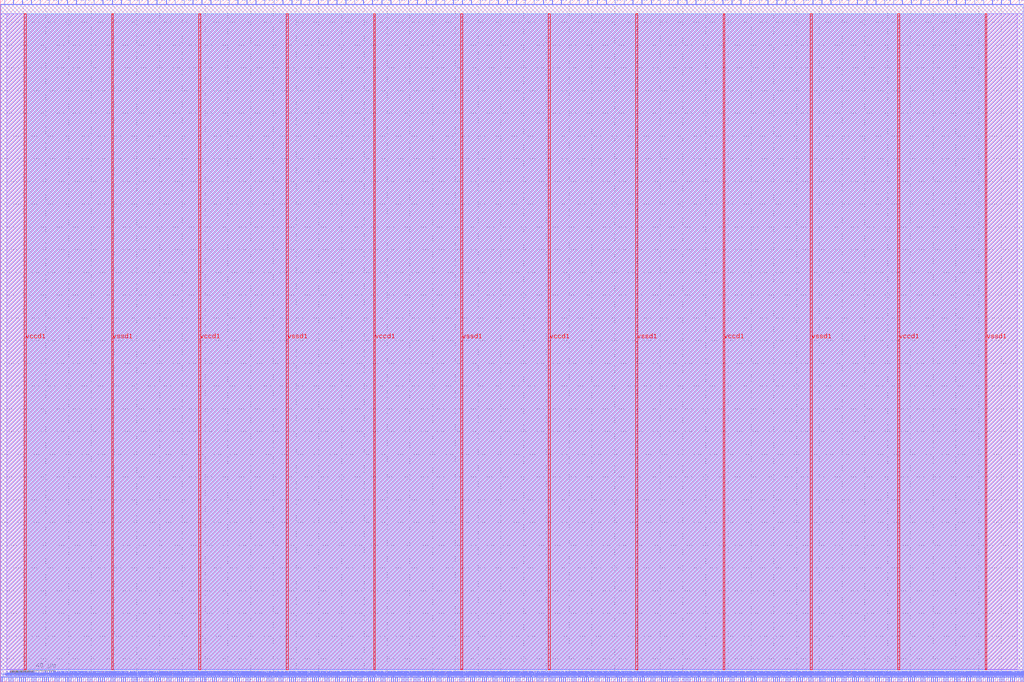
<source format=lef>
VERSION 5.7 ;
  NOWIREEXTENSIONATPIN ON ;
  DIVIDERCHAR "/" ;
  BUSBITCHARS "[]" ;
MACRO user_proj_example
  CLASS BLOCK ;
  FOREIGN user_proj_example ;
  ORIGIN 0.000 0.000 ;
  SIZE 900.000 BY 600.000 ;
  PIN io_in[0]
    DIRECTION INPUT ;
    USE SIGNAL ;
    PORT
      LAYER met2 ;
        RECT 3.770 596.000 4.050 600.000 ;
    END
  END io_in[0]
  PIN io_in[10]
    DIRECTION INPUT ;
    USE SIGNAL ;
    PORT
      LAYER met2 ;
        RECT 240.670 596.000 240.950 600.000 ;
    END
  END io_in[10]
  PIN io_in[11]
    DIRECTION INPUT ;
    USE SIGNAL ;
    PORT
      LAYER met2 ;
        RECT 264.130 596.000 264.410 600.000 ;
    END
  END io_in[11]
  PIN io_in[12]
    DIRECTION INPUT ;
    USE SIGNAL ;
    PORT
      LAYER met2 ;
        RECT 288.050 596.000 288.330 600.000 ;
    END
  END io_in[12]
  PIN io_in[13]
    DIRECTION INPUT ;
    USE SIGNAL ;
    PORT
      LAYER met2 ;
        RECT 311.510 596.000 311.790 600.000 ;
    END
  END io_in[13]
  PIN io_in[14]
    DIRECTION INPUT ;
    USE SIGNAL ;
    PORT
      LAYER met2 ;
        RECT 335.430 596.000 335.710 600.000 ;
    END
  END io_in[14]
  PIN io_in[15]
    DIRECTION INPUT ;
    USE SIGNAL ;
    PORT
      LAYER met2 ;
        RECT 358.890 596.000 359.170 600.000 ;
    END
  END io_in[15]
  PIN io_in[16]
    DIRECTION INPUT ;
    USE SIGNAL ;
    PORT
      LAYER met2 ;
        RECT 382.810 596.000 383.090 600.000 ;
    END
  END io_in[16]
  PIN io_in[17]
    DIRECTION INPUT ;
    USE SIGNAL ;
    PORT
      LAYER met2 ;
        RECT 406.270 596.000 406.550 600.000 ;
    END
  END io_in[17]
  PIN io_in[18]
    DIRECTION INPUT ;
    USE SIGNAL ;
    PORT
      LAYER met2 ;
        RECT 430.190 596.000 430.470 600.000 ;
    END
  END io_in[18]
  PIN io_in[19]
    DIRECTION INPUT ;
    USE SIGNAL ;
    PORT
      LAYER met2 ;
        RECT 453.650 596.000 453.930 600.000 ;
    END
  END io_in[19]
  PIN io_in[1]
    DIRECTION INPUT ;
    USE SIGNAL ;
    PORT
      LAYER met2 ;
        RECT 27.230 596.000 27.510 600.000 ;
    END
  END io_in[1]
  PIN io_in[20]
    DIRECTION INPUT ;
    USE SIGNAL ;
    PORT
      LAYER met2 ;
        RECT 477.570 596.000 477.850 600.000 ;
    END
  END io_in[20]
  PIN io_in[21]
    DIRECTION INPUT ;
    USE SIGNAL ;
    PORT
      LAYER met2 ;
        RECT 501.030 596.000 501.310 600.000 ;
    END
  END io_in[21]
  PIN io_in[22]
    DIRECTION INPUT ;
    USE SIGNAL ;
    PORT
      LAYER met2 ;
        RECT 524.950 596.000 525.230 600.000 ;
    END
  END io_in[22]
  PIN io_in[23]
    DIRECTION INPUT ;
    USE SIGNAL ;
    PORT
      LAYER met2 ;
        RECT 548.410 596.000 548.690 600.000 ;
    END
  END io_in[23]
  PIN io_in[24]
    DIRECTION INPUT ;
    USE SIGNAL ;
    PORT
      LAYER met2 ;
        RECT 572.330 596.000 572.610 600.000 ;
    END
  END io_in[24]
  PIN io_in[25]
    DIRECTION INPUT ;
    USE SIGNAL ;
    PORT
      LAYER met2 ;
        RECT 595.790 596.000 596.070 600.000 ;
    END
  END io_in[25]
  PIN io_in[26]
    DIRECTION INPUT ;
    USE SIGNAL ;
    PORT
      LAYER met2 ;
        RECT 619.710 596.000 619.990 600.000 ;
    END
  END io_in[26]
  PIN io_in[27]
    DIRECTION INPUT ;
    USE SIGNAL ;
    PORT
      LAYER met2 ;
        RECT 643.170 596.000 643.450 600.000 ;
    END
  END io_in[27]
  PIN io_in[28]
    DIRECTION INPUT ;
    USE SIGNAL ;
    PORT
      LAYER met2 ;
        RECT 667.090 596.000 667.370 600.000 ;
    END
  END io_in[28]
  PIN io_in[29]
    DIRECTION INPUT ;
    USE SIGNAL ;
    PORT
      LAYER met2 ;
        RECT 690.550 596.000 690.830 600.000 ;
    END
  END io_in[29]
  PIN io_in[2]
    DIRECTION INPUT ;
    USE SIGNAL ;
    PORT
      LAYER met2 ;
        RECT 51.150 596.000 51.430 600.000 ;
    END
  END io_in[2]
  PIN io_in[30]
    DIRECTION INPUT ;
    USE SIGNAL ;
    PORT
      LAYER met2 ;
        RECT 714.470 596.000 714.750 600.000 ;
    END
  END io_in[30]
  PIN io_in[31]
    DIRECTION INPUT ;
    USE SIGNAL ;
    PORT
      LAYER met2 ;
        RECT 737.930 596.000 738.210 600.000 ;
    END
  END io_in[31]
  PIN io_in[32]
    DIRECTION INPUT ;
    USE SIGNAL ;
    PORT
      LAYER met2 ;
        RECT 761.850 596.000 762.130 600.000 ;
    END
  END io_in[32]
  PIN io_in[33]
    DIRECTION INPUT ;
    USE SIGNAL ;
    PORT
      LAYER met2 ;
        RECT 785.310 596.000 785.590 600.000 ;
    END
  END io_in[33]
  PIN io_in[34]
    DIRECTION INPUT ;
    USE SIGNAL ;
    PORT
      LAYER met2 ;
        RECT 809.230 596.000 809.510 600.000 ;
    END
  END io_in[34]
  PIN io_in[35]
    DIRECTION INPUT ;
    USE SIGNAL ;
    PORT
      LAYER met2 ;
        RECT 832.690 596.000 832.970 600.000 ;
    END
  END io_in[35]
  PIN io_in[36]
    DIRECTION INPUT ;
    USE SIGNAL ;
    PORT
      LAYER met2 ;
        RECT 856.610 596.000 856.890 600.000 ;
    END
  END io_in[36]
  PIN io_in[37]
    DIRECTION INPUT ;
    USE SIGNAL ;
    PORT
      LAYER met2 ;
        RECT 880.070 596.000 880.350 600.000 ;
    END
  END io_in[37]
  PIN io_in[3]
    DIRECTION INPUT ;
    USE SIGNAL ;
    PORT
      LAYER met2 ;
        RECT 74.610 596.000 74.890 600.000 ;
    END
  END io_in[3]
  PIN io_in[4]
    DIRECTION INPUT ;
    USE SIGNAL ;
    PORT
      LAYER met2 ;
        RECT 98.530 596.000 98.810 600.000 ;
    END
  END io_in[4]
  PIN io_in[5]
    DIRECTION INPUT ;
    USE SIGNAL ;
    PORT
      LAYER met2 ;
        RECT 121.990 596.000 122.270 600.000 ;
    END
  END io_in[5]
  PIN io_in[6]
    DIRECTION INPUT ;
    USE SIGNAL ;
    PORT
      LAYER met2 ;
        RECT 145.910 596.000 146.190 600.000 ;
    END
  END io_in[6]
  PIN io_in[7]
    DIRECTION INPUT ;
    USE SIGNAL ;
    PORT
      LAYER met2 ;
        RECT 169.370 596.000 169.650 600.000 ;
    END
  END io_in[7]
  PIN io_in[8]
    DIRECTION INPUT ;
    USE SIGNAL ;
    PORT
      LAYER met2 ;
        RECT 193.290 596.000 193.570 600.000 ;
    END
  END io_in[8]
  PIN io_in[9]
    DIRECTION INPUT ;
    USE SIGNAL ;
    PORT
      LAYER met2 ;
        RECT 216.750 596.000 217.030 600.000 ;
    END
  END io_in[9]
  PIN io_oeb[0]
    DIRECTION OUTPUT TRISTATE ;
    USE SIGNAL ;
    PORT
      LAYER met2 ;
        RECT 11.590 596.000 11.870 600.000 ;
    END
  END io_oeb[0]
  PIN io_oeb[10]
    DIRECTION OUTPUT TRISTATE ;
    USE SIGNAL ;
    PORT
      LAYER met2 ;
        RECT 248.490 596.000 248.770 600.000 ;
    END
  END io_oeb[10]
  PIN io_oeb[11]
    DIRECTION OUTPUT TRISTATE ;
    USE SIGNAL ;
    PORT
      LAYER met2 ;
        RECT 271.950 596.000 272.230 600.000 ;
    END
  END io_oeb[11]
  PIN io_oeb[12]
    DIRECTION OUTPUT TRISTATE ;
    USE SIGNAL ;
    PORT
      LAYER met2 ;
        RECT 295.870 596.000 296.150 600.000 ;
    END
  END io_oeb[12]
  PIN io_oeb[13]
    DIRECTION OUTPUT TRISTATE ;
    USE SIGNAL ;
    PORT
      LAYER met2 ;
        RECT 319.330 596.000 319.610 600.000 ;
    END
  END io_oeb[13]
  PIN io_oeb[14]
    DIRECTION OUTPUT TRISTATE ;
    USE SIGNAL ;
    PORT
      LAYER met2 ;
        RECT 343.250 596.000 343.530 600.000 ;
    END
  END io_oeb[14]
  PIN io_oeb[15]
    DIRECTION OUTPUT TRISTATE ;
    USE SIGNAL ;
    PORT
      LAYER met2 ;
        RECT 366.710 596.000 366.990 600.000 ;
    END
  END io_oeb[15]
  PIN io_oeb[16]
    DIRECTION OUTPUT TRISTATE ;
    USE SIGNAL ;
    PORT
      LAYER met2 ;
        RECT 390.630 596.000 390.910 600.000 ;
    END
  END io_oeb[16]
  PIN io_oeb[17]
    DIRECTION OUTPUT TRISTATE ;
    USE SIGNAL ;
    PORT
      LAYER met2 ;
        RECT 414.090 596.000 414.370 600.000 ;
    END
  END io_oeb[17]
  PIN io_oeb[18]
    DIRECTION OUTPUT TRISTATE ;
    USE SIGNAL ;
    PORT
      LAYER met2 ;
        RECT 438.010 596.000 438.290 600.000 ;
    END
  END io_oeb[18]
  PIN io_oeb[19]
    DIRECTION OUTPUT TRISTATE ;
    USE SIGNAL ;
    PORT
      LAYER met2 ;
        RECT 461.470 596.000 461.750 600.000 ;
    END
  END io_oeb[19]
  PIN io_oeb[1]
    DIRECTION OUTPUT TRISTATE ;
    USE SIGNAL ;
    PORT
      LAYER met2 ;
        RECT 35.050 596.000 35.330 600.000 ;
    END
  END io_oeb[1]
  PIN io_oeb[20]
    DIRECTION OUTPUT TRISTATE ;
    USE SIGNAL ;
    PORT
      LAYER met2 ;
        RECT 485.390 596.000 485.670 600.000 ;
    END
  END io_oeb[20]
  PIN io_oeb[21]
    DIRECTION OUTPUT TRISTATE ;
    USE SIGNAL ;
    PORT
      LAYER met2 ;
        RECT 508.850 596.000 509.130 600.000 ;
    END
  END io_oeb[21]
  PIN io_oeb[22]
    DIRECTION OUTPUT TRISTATE ;
    USE SIGNAL ;
    PORT
      LAYER met2 ;
        RECT 532.770 596.000 533.050 600.000 ;
    END
  END io_oeb[22]
  PIN io_oeb[23]
    DIRECTION OUTPUT TRISTATE ;
    USE SIGNAL ;
    PORT
      LAYER met2 ;
        RECT 556.230 596.000 556.510 600.000 ;
    END
  END io_oeb[23]
  PIN io_oeb[24]
    DIRECTION OUTPUT TRISTATE ;
    USE SIGNAL ;
    PORT
      LAYER met2 ;
        RECT 580.150 596.000 580.430 600.000 ;
    END
  END io_oeb[24]
  PIN io_oeb[25]
    DIRECTION OUTPUT TRISTATE ;
    USE SIGNAL ;
    PORT
      LAYER met2 ;
        RECT 603.610 596.000 603.890 600.000 ;
    END
  END io_oeb[25]
  PIN io_oeb[26]
    DIRECTION OUTPUT TRISTATE ;
    USE SIGNAL ;
    PORT
      LAYER met2 ;
        RECT 627.530 596.000 627.810 600.000 ;
    END
  END io_oeb[26]
  PIN io_oeb[27]
    DIRECTION OUTPUT TRISTATE ;
    USE SIGNAL ;
    PORT
      LAYER met2 ;
        RECT 650.990 596.000 651.270 600.000 ;
    END
  END io_oeb[27]
  PIN io_oeb[28]
    DIRECTION OUTPUT TRISTATE ;
    USE SIGNAL ;
    PORT
      LAYER met2 ;
        RECT 674.910 596.000 675.190 600.000 ;
    END
  END io_oeb[28]
  PIN io_oeb[29]
    DIRECTION OUTPUT TRISTATE ;
    USE SIGNAL ;
    PORT
      LAYER met2 ;
        RECT 698.370 596.000 698.650 600.000 ;
    END
  END io_oeb[29]
  PIN io_oeb[2]
    DIRECTION OUTPUT TRISTATE ;
    USE SIGNAL ;
    PORT
      LAYER met2 ;
        RECT 58.970 596.000 59.250 600.000 ;
    END
  END io_oeb[2]
  PIN io_oeb[30]
    DIRECTION OUTPUT TRISTATE ;
    USE SIGNAL ;
    PORT
      LAYER met2 ;
        RECT 722.290 596.000 722.570 600.000 ;
    END
  END io_oeb[30]
  PIN io_oeb[31]
    DIRECTION OUTPUT TRISTATE ;
    USE SIGNAL ;
    PORT
      LAYER met2 ;
        RECT 745.750 596.000 746.030 600.000 ;
    END
  END io_oeb[31]
  PIN io_oeb[32]
    DIRECTION OUTPUT TRISTATE ;
    USE SIGNAL ;
    PORT
      LAYER met2 ;
        RECT 769.670 596.000 769.950 600.000 ;
    END
  END io_oeb[32]
  PIN io_oeb[33]
    DIRECTION OUTPUT TRISTATE ;
    USE SIGNAL ;
    PORT
      LAYER met2 ;
        RECT 793.130 596.000 793.410 600.000 ;
    END
  END io_oeb[33]
  PIN io_oeb[34]
    DIRECTION OUTPUT TRISTATE ;
    USE SIGNAL ;
    PORT
      LAYER met2 ;
        RECT 817.050 596.000 817.330 600.000 ;
    END
  END io_oeb[34]
  PIN io_oeb[35]
    DIRECTION OUTPUT TRISTATE ;
    USE SIGNAL ;
    PORT
      LAYER met2 ;
        RECT 840.510 596.000 840.790 600.000 ;
    END
  END io_oeb[35]
  PIN io_oeb[36]
    DIRECTION OUTPUT TRISTATE ;
    USE SIGNAL ;
    PORT
      LAYER met2 ;
        RECT 864.430 596.000 864.710 600.000 ;
    END
  END io_oeb[36]
  PIN io_oeb[37]
    DIRECTION OUTPUT TRISTATE ;
    USE SIGNAL ;
    PORT
      LAYER met2 ;
        RECT 887.890 596.000 888.170 600.000 ;
    END
  END io_oeb[37]
  PIN io_oeb[3]
    DIRECTION OUTPUT TRISTATE ;
    USE SIGNAL ;
    PORT
      LAYER met2 ;
        RECT 82.430 596.000 82.710 600.000 ;
    END
  END io_oeb[3]
  PIN io_oeb[4]
    DIRECTION OUTPUT TRISTATE ;
    USE SIGNAL ;
    PORT
      LAYER met2 ;
        RECT 106.350 596.000 106.630 600.000 ;
    END
  END io_oeb[4]
  PIN io_oeb[5]
    DIRECTION OUTPUT TRISTATE ;
    USE SIGNAL ;
    PORT
      LAYER met2 ;
        RECT 129.810 596.000 130.090 600.000 ;
    END
  END io_oeb[5]
  PIN io_oeb[6]
    DIRECTION OUTPUT TRISTATE ;
    USE SIGNAL ;
    PORT
      LAYER met2 ;
        RECT 153.730 596.000 154.010 600.000 ;
    END
  END io_oeb[6]
  PIN io_oeb[7]
    DIRECTION OUTPUT TRISTATE ;
    USE SIGNAL ;
    PORT
      LAYER met2 ;
        RECT 177.190 596.000 177.470 600.000 ;
    END
  END io_oeb[7]
  PIN io_oeb[8]
    DIRECTION OUTPUT TRISTATE ;
    USE SIGNAL ;
    PORT
      LAYER met2 ;
        RECT 201.110 596.000 201.390 600.000 ;
    END
  END io_oeb[8]
  PIN io_oeb[9]
    DIRECTION OUTPUT TRISTATE ;
    USE SIGNAL ;
    PORT
      LAYER met2 ;
        RECT 224.570 596.000 224.850 600.000 ;
    END
  END io_oeb[9]
  PIN io_out[0]
    DIRECTION OUTPUT TRISTATE ;
    USE SIGNAL ;
    PORT
      LAYER met2 ;
        RECT 19.410 596.000 19.690 600.000 ;
    END
  END io_out[0]
  PIN io_out[10]
    DIRECTION OUTPUT TRISTATE ;
    USE SIGNAL ;
    PORT
      LAYER met2 ;
        RECT 256.310 596.000 256.590 600.000 ;
    END
  END io_out[10]
  PIN io_out[11]
    DIRECTION OUTPUT TRISTATE ;
    USE SIGNAL ;
    PORT
      LAYER met2 ;
        RECT 279.770 596.000 280.050 600.000 ;
    END
  END io_out[11]
  PIN io_out[12]
    DIRECTION OUTPUT TRISTATE ;
    USE SIGNAL ;
    PORT
      LAYER met2 ;
        RECT 303.690 596.000 303.970 600.000 ;
    END
  END io_out[12]
  PIN io_out[13]
    DIRECTION OUTPUT TRISTATE ;
    USE SIGNAL ;
    PORT
      LAYER met2 ;
        RECT 327.150 596.000 327.430 600.000 ;
    END
  END io_out[13]
  PIN io_out[14]
    DIRECTION OUTPUT TRISTATE ;
    USE SIGNAL ;
    PORT
      LAYER met2 ;
        RECT 351.070 596.000 351.350 600.000 ;
    END
  END io_out[14]
  PIN io_out[15]
    DIRECTION OUTPUT TRISTATE ;
    USE SIGNAL ;
    PORT
      LAYER met2 ;
        RECT 374.530 596.000 374.810 600.000 ;
    END
  END io_out[15]
  PIN io_out[16]
    DIRECTION OUTPUT TRISTATE ;
    USE SIGNAL ;
    PORT
      LAYER met2 ;
        RECT 398.450 596.000 398.730 600.000 ;
    END
  END io_out[16]
  PIN io_out[17]
    DIRECTION OUTPUT TRISTATE ;
    USE SIGNAL ;
    PORT
      LAYER met2 ;
        RECT 421.910 596.000 422.190 600.000 ;
    END
  END io_out[17]
  PIN io_out[18]
    DIRECTION OUTPUT TRISTATE ;
    USE SIGNAL ;
    PORT
      LAYER met2 ;
        RECT 445.830 596.000 446.110 600.000 ;
    END
  END io_out[18]
  PIN io_out[19]
    DIRECTION OUTPUT TRISTATE ;
    USE SIGNAL ;
    PORT
      LAYER met2 ;
        RECT 469.290 596.000 469.570 600.000 ;
    END
  END io_out[19]
  PIN io_out[1]
    DIRECTION OUTPUT TRISTATE ;
    USE SIGNAL ;
    PORT
      LAYER met2 ;
        RECT 42.870 596.000 43.150 600.000 ;
    END
  END io_out[1]
  PIN io_out[20]
    DIRECTION OUTPUT TRISTATE ;
    USE SIGNAL ;
    PORT
      LAYER met2 ;
        RECT 493.210 596.000 493.490 600.000 ;
    END
  END io_out[20]
  PIN io_out[21]
    DIRECTION OUTPUT TRISTATE ;
    USE SIGNAL ;
    PORT
      LAYER met2 ;
        RECT 516.670 596.000 516.950 600.000 ;
    END
  END io_out[21]
  PIN io_out[22]
    DIRECTION OUTPUT TRISTATE ;
    USE SIGNAL ;
    PORT
      LAYER met2 ;
        RECT 540.590 596.000 540.870 600.000 ;
    END
  END io_out[22]
  PIN io_out[23]
    DIRECTION OUTPUT TRISTATE ;
    USE SIGNAL ;
    PORT
      LAYER met2 ;
        RECT 564.050 596.000 564.330 600.000 ;
    END
  END io_out[23]
  PIN io_out[24]
    DIRECTION OUTPUT TRISTATE ;
    USE SIGNAL ;
    PORT
      LAYER met2 ;
        RECT 587.970 596.000 588.250 600.000 ;
    END
  END io_out[24]
  PIN io_out[25]
    DIRECTION OUTPUT TRISTATE ;
    USE SIGNAL ;
    PORT
      LAYER met2 ;
        RECT 611.430 596.000 611.710 600.000 ;
    END
  END io_out[25]
  PIN io_out[26]
    DIRECTION OUTPUT TRISTATE ;
    USE SIGNAL ;
    PORT
      LAYER met2 ;
        RECT 635.350 596.000 635.630 600.000 ;
    END
  END io_out[26]
  PIN io_out[27]
    DIRECTION OUTPUT TRISTATE ;
    USE SIGNAL ;
    PORT
      LAYER met2 ;
        RECT 658.810 596.000 659.090 600.000 ;
    END
  END io_out[27]
  PIN io_out[28]
    DIRECTION OUTPUT TRISTATE ;
    USE SIGNAL ;
    PORT
      LAYER met2 ;
        RECT 682.730 596.000 683.010 600.000 ;
    END
  END io_out[28]
  PIN io_out[29]
    DIRECTION OUTPUT TRISTATE ;
    USE SIGNAL ;
    PORT
      LAYER met2 ;
        RECT 706.190 596.000 706.470 600.000 ;
    END
  END io_out[29]
  PIN io_out[2]
    DIRECTION OUTPUT TRISTATE ;
    USE SIGNAL ;
    PORT
      LAYER met2 ;
        RECT 66.790 596.000 67.070 600.000 ;
    END
  END io_out[2]
  PIN io_out[30]
    DIRECTION OUTPUT TRISTATE ;
    USE SIGNAL ;
    PORT
      LAYER met2 ;
        RECT 730.110 596.000 730.390 600.000 ;
    END
  END io_out[30]
  PIN io_out[31]
    DIRECTION OUTPUT TRISTATE ;
    USE SIGNAL ;
    PORT
      LAYER met2 ;
        RECT 753.570 596.000 753.850 600.000 ;
    END
  END io_out[31]
  PIN io_out[32]
    DIRECTION OUTPUT TRISTATE ;
    USE SIGNAL ;
    PORT
      LAYER met2 ;
        RECT 777.490 596.000 777.770 600.000 ;
    END
  END io_out[32]
  PIN io_out[33]
    DIRECTION OUTPUT TRISTATE ;
    USE SIGNAL ;
    PORT
      LAYER met2 ;
        RECT 800.950 596.000 801.230 600.000 ;
    END
  END io_out[33]
  PIN io_out[34]
    DIRECTION OUTPUT TRISTATE ;
    USE SIGNAL ;
    PORT
      LAYER met2 ;
        RECT 824.870 596.000 825.150 600.000 ;
    END
  END io_out[34]
  PIN io_out[35]
    DIRECTION OUTPUT TRISTATE ;
    USE SIGNAL ;
    PORT
      LAYER met2 ;
        RECT 848.330 596.000 848.610 600.000 ;
    END
  END io_out[35]
  PIN io_out[36]
    DIRECTION OUTPUT TRISTATE ;
    USE SIGNAL ;
    PORT
      LAYER met2 ;
        RECT 872.250 596.000 872.530 600.000 ;
    END
  END io_out[36]
  PIN io_out[37]
    DIRECTION OUTPUT TRISTATE ;
    USE SIGNAL ;
    PORT
      LAYER met2 ;
        RECT 895.710 596.000 895.990 600.000 ;
    END
  END io_out[37]
  PIN io_out[3]
    DIRECTION OUTPUT TRISTATE ;
    USE SIGNAL ;
    PORT
      LAYER met2 ;
        RECT 90.250 596.000 90.530 600.000 ;
    END
  END io_out[3]
  PIN io_out[4]
    DIRECTION OUTPUT TRISTATE ;
    USE SIGNAL ;
    PORT
      LAYER met2 ;
        RECT 114.170 596.000 114.450 600.000 ;
    END
  END io_out[4]
  PIN io_out[5]
    DIRECTION OUTPUT TRISTATE ;
    USE SIGNAL ;
    PORT
      LAYER met2 ;
        RECT 137.630 596.000 137.910 600.000 ;
    END
  END io_out[5]
  PIN io_out[6]
    DIRECTION OUTPUT TRISTATE ;
    USE SIGNAL ;
    PORT
      LAYER met2 ;
        RECT 161.550 596.000 161.830 600.000 ;
    END
  END io_out[6]
  PIN io_out[7]
    DIRECTION OUTPUT TRISTATE ;
    USE SIGNAL ;
    PORT
      LAYER met2 ;
        RECT 185.010 596.000 185.290 600.000 ;
    END
  END io_out[7]
  PIN io_out[8]
    DIRECTION OUTPUT TRISTATE ;
    USE SIGNAL ;
    PORT
      LAYER met2 ;
        RECT 208.930 596.000 209.210 600.000 ;
    END
  END io_out[8]
  PIN io_out[9]
    DIRECTION OUTPUT TRISTATE ;
    USE SIGNAL ;
    PORT
      LAYER met2 ;
        RECT 232.390 596.000 232.670 600.000 ;
    END
  END io_out[9]
  PIN irq[0]
    DIRECTION OUTPUT TRISTATE ;
    USE SIGNAL ;
    PORT
      LAYER met2 ;
        RECT 895.250 0.000 895.530 4.000 ;
    END
  END irq[0]
  PIN irq[1]
    DIRECTION OUTPUT TRISTATE ;
    USE SIGNAL ;
    PORT
      LAYER met2 ;
        RECT 897.090 0.000 897.370 4.000 ;
    END
  END irq[1]
  PIN irq[2]
    DIRECTION OUTPUT TRISTATE ;
    USE SIGNAL ;
    PORT
      LAYER met2 ;
        RECT 898.930 0.000 899.210 4.000 ;
    END
  END irq[2]
  PIN la_data_in[0]
    DIRECTION INPUT ;
    USE SIGNAL ;
    PORT
      LAYER met2 ;
        RECT 193.750 0.000 194.030 4.000 ;
    END
  END la_data_in[0]
  PIN la_data_in[100]
    DIRECTION INPUT ;
    USE SIGNAL ;
    PORT
      LAYER met2 ;
        RECT 741.610 0.000 741.890 4.000 ;
    END
  END la_data_in[100]
  PIN la_data_in[101]
    DIRECTION INPUT ;
    USE SIGNAL ;
    PORT
      LAYER met2 ;
        RECT 747.130 0.000 747.410 4.000 ;
    END
  END la_data_in[101]
  PIN la_data_in[102]
    DIRECTION INPUT ;
    USE SIGNAL ;
    PORT
      LAYER met2 ;
        RECT 752.650 0.000 752.930 4.000 ;
    END
  END la_data_in[102]
  PIN la_data_in[103]
    DIRECTION INPUT ;
    USE SIGNAL ;
    PORT
      LAYER met2 ;
        RECT 758.170 0.000 758.450 4.000 ;
    END
  END la_data_in[103]
  PIN la_data_in[104]
    DIRECTION INPUT ;
    USE SIGNAL ;
    PORT
      LAYER met2 ;
        RECT 763.690 0.000 763.970 4.000 ;
    END
  END la_data_in[104]
  PIN la_data_in[105]
    DIRECTION INPUT ;
    USE SIGNAL ;
    PORT
      LAYER met2 ;
        RECT 769.210 0.000 769.490 4.000 ;
    END
  END la_data_in[105]
  PIN la_data_in[106]
    DIRECTION INPUT ;
    USE SIGNAL ;
    PORT
      LAYER met2 ;
        RECT 774.730 0.000 775.010 4.000 ;
    END
  END la_data_in[106]
  PIN la_data_in[107]
    DIRECTION INPUT ;
    USE SIGNAL ;
    PORT
      LAYER met2 ;
        RECT 780.250 0.000 780.530 4.000 ;
    END
  END la_data_in[107]
  PIN la_data_in[108]
    DIRECTION INPUT ;
    USE SIGNAL ;
    PORT
      LAYER met2 ;
        RECT 785.310 0.000 785.590 4.000 ;
    END
  END la_data_in[108]
  PIN la_data_in[109]
    DIRECTION INPUT ;
    USE SIGNAL ;
    PORT
      LAYER met2 ;
        RECT 790.830 0.000 791.110 4.000 ;
    END
  END la_data_in[109]
  PIN la_data_in[10]
    DIRECTION INPUT ;
    USE SIGNAL ;
    PORT
      LAYER met2 ;
        RECT 248.490 0.000 248.770 4.000 ;
    END
  END la_data_in[10]
  PIN la_data_in[110]
    DIRECTION INPUT ;
    USE SIGNAL ;
    PORT
      LAYER met2 ;
        RECT 796.350 0.000 796.630 4.000 ;
    END
  END la_data_in[110]
  PIN la_data_in[111]
    DIRECTION INPUT ;
    USE SIGNAL ;
    PORT
      LAYER met2 ;
        RECT 801.870 0.000 802.150 4.000 ;
    END
  END la_data_in[111]
  PIN la_data_in[112]
    DIRECTION INPUT ;
    USE SIGNAL ;
    PORT
      LAYER met2 ;
        RECT 807.390 0.000 807.670 4.000 ;
    END
  END la_data_in[112]
  PIN la_data_in[113]
    DIRECTION INPUT ;
    USE SIGNAL ;
    PORT
      LAYER met2 ;
        RECT 812.910 0.000 813.190 4.000 ;
    END
  END la_data_in[113]
  PIN la_data_in[114]
    DIRECTION INPUT ;
    USE SIGNAL ;
    PORT
      LAYER met2 ;
        RECT 818.430 0.000 818.710 4.000 ;
    END
  END la_data_in[114]
  PIN la_data_in[115]
    DIRECTION INPUT ;
    USE SIGNAL ;
    PORT
      LAYER met2 ;
        RECT 823.950 0.000 824.230 4.000 ;
    END
  END la_data_in[115]
  PIN la_data_in[116]
    DIRECTION INPUT ;
    USE SIGNAL ;
    PORT
      LAYER met2 ;
        RECT 829.470 0.000 829.750 4.000 ;
    END
  END la_data_in[116]
  PIN la_data_in[117]
    DIRECTION INPUT ;
    USE SIGNAL ;
    PORT
      LAYER met2 ;
        RECT 834.990 0.000 835.270 4.000 ;
    END
  END la_data_in[117]
  PIN la_data_in[118]
    DIRECTION INPUT ;
    USE SIGNAL ;
    PORT
      LAYER met2 ;
        RECT 840.510 0.000 840.790 4.000 ;
    END
  END la_data_in[118]
  PIN la_data_in[119]
    DIRECTION INPUT ;
    USE SIGNAL ;
    PORT
      LAYER met2 ;
        RECT 845.570 0.000 845.850 4.000 ;
    END
  END la_data_in[119]
  PIN la_data_in[11]
    DIRECTION INPUT ;
    USE SIGNAL ;
    PORT
      LAYER met2 ;
        RECT 254.010 0.000 254.290 4.000 ;
    END
  END la_data_in[11]
  PIN la_data_in[120]
    DIRECTION INPUT ;
    USE SIGNAL ;
    PORT
      LAYER met2 ;
        RECT 851.090 0.000 851.370 4.000 ;
    END
  END la_data_in[120]
  PIN la_data_in[121]
    DIRECTION INPUT ;
    USE SIGNAL ;
    PORT
      LAYER met2 ;
        RECT 856.610 0.000 856.890 4.000 ;
    END
  END la_data_in[121]
  PIN la_data_in[122]
    DIRECTION INPUT ;
    USE SIGNAL ;
    PORT
      LAYER met2 ;
        RECT 862.130 0.000 862.410 4.000 ;
    END
  END la_data_in[122]
  PIN la_data_in[123]
    DIRECTION INPUT ;
    USE SIGNAL ;
    PORT
      LAYER met2 ;
        RECT 867.650 0.000 867.930 4.000 ;
    END
  END la_data_in[123]
  PIN la_data_in[124]
    DIRECTION INPUT ;
    USE SIGNAL ;
    PORT
      LAYER met2 ;
        RECT 873.170 0.000 873.450 4.000 ;
    END
  END la_data_in[124]
  PIN la_data_in[125]
    DIRECTION INPUT ;
    USE SIGNAL ;
    PORT
      LAYER met2 ;
        RECT 878.690 0.000 878.970 4.000 ;
    END
  END la_data_in[125]
  PIN la_data_in[126]
    DIRECTION INPUT ;
    USE SIGNAL ;
    PORT
      LAYER met2 ;
        RECT 884.210 0.000 884.490 4.000 ;
    END
  END la_data_in[126]
  PIN la_data_in[127]
    DIRECTION INPUT ;
    USE SIGNAL ;
    PORT
      LAYER met2 ;
        RECT 889.730 0.000 890.010 4.000 ;
    END
  END la_data_in[127]
  PIN la_data_in[12]
    DIRECTION INPUT ;
    USE SIGNAL ;
    PORT
      LAYER met2 ;
        RECT 259.530 0.000 259.810 4.000 ;
    END
  END la_data_in[12]
  PIN la_data_in[13]
    DIRECTION INPUT ;
    USE SIGNAL ;
    PORT
      LAYER met2 ;
        RECT 265.050 0.000 265.330 4.000 ;
    END
  END la_data_in[13]
  PIN la_data_in[14]
    DIRECTION INPUT ;
    USE SIGNAL ;
    PORT
      LAYER met2 ;
        RECT 270.570 0.000 270.850 4.000 ;
    END
  END la_data_in[14]
  PIN la_data_in[15]
    DIRECTION INPUT ;
    USE SIGNAL ;
    PORT
      LAYER met2 ;
        RECT 276.090 0.000 276.370 4.000 ;
    END
  END la_data_in[15]
  PIN la_data_in[16]
    DIRECTION INPUT ;
    USE SIGNAL ;
    PORT
      LAYER met2 ;
        RECT 281.610 0.000 281.890 4.000 ;
    END
  END la_data_in[16]
  PIN la_data_in[17]
    DIRECTION INPUT ;
    USE SIGNAL ;
    PORT
      LAYER met2 ;
        RECT 287.130 0.000 287.410 4.000 ;
    END
  END la_data_in[17]
  PIN la_data_in[18]
    DIRECTION INPUT ;
    USE SIGNAL ;
    PORT
      LAYER met2 ;
        RECT 292.650 0.000 292.930 4.000 ;
    END
  END la_data_in[18]
  PIN la_data_in[19]
    DIRECTION INPUT ;
    USE SIGNAL ;
    PORT
      LAYER met2 ;
        RECT 298.170 0.000 298.450 4.000 ;
    END
  END la_data_in[19]
  PIN la_data_in[1]
    DIRECTION INPUT ;
    USE SIGNAL ;
    PORT
      LAYER met2 ;
        RECT 199.270 0.000 199.550 4.000 ;
    END
  END la_data_in[1]
  PIN la_data_in[20]
    DIRECTION INPUT ;
    USE SIGNAL ;
    PORT
      LAYER met2 ;
        RECT 303.230 0.000 303.510 4.000 ;
    END
  END la_data_in[20]
  PIN la_data_in[21]
    DIRECTION INPUT ;
    USE SIGNAL ;
    PORT
      LAYER met2 ;
        RECT 308.750 0.000 309.030 4.000 ;
    END
  END la_data_in[21]
  PIN la_data_in[22]
    DIRECTION INPUT ;
    USE SIGNAL ;
    PORT
      LAYER met2 ;
        RECT 314.270 0.000 314.550 4.000 ;
    END
  END la_data_in[22]
  PIN la_data_in[23]
    DIRECTION INPUT ;
    USE SIGNAL ;
    PORT
      LAYER met2 ;
        RECT 319.790 0.000 320.070 4.000 ;
    END
  END la_data_in[23]
  PIN la_data_in[24]
    DIRECTION INPUT ;
    USE SIGNAL ;
    PORT
      LAYER met2 ;
        RECT 325.310 0.000 325.590 4.000 ;
    END
  END la_data_in[24]
  PIN la_data_in[25]
    DIRECTION INPUT ;
    USE SIGNAL ;
    PORT
      LAYER met2 ;
        RECT 330.830 0.000 331.110 4.000 ;
    END
  END la_data_in[25]
  PIN la_data_in[26]
    DIRECTION INPUT ;
    USE SIGNAL ;
    PORT
      LAYER met2 ;
        RECT 336.350 0.000 336.630 4.000 ;
    END
  END la_data_in[26]
  PIN la_data_in[27]
    DIRECTION INPUT ;
    USE SIGNAL ;
    PORT
      LAYER met2 ;
        RECT 341.870 0.000 342.150 4.000 ;
    END
  END la_data_in[27]
  PIN la_data_in[28]
    DIRECTION INPUT ;
    USE SIGNAL ;
    PORT
      LAYER met2 ;
        RECT 347.390 0.000 347.670 4.000 ;
    END
  END la_data_in[28]
  PIN la_data_in[29]
    DIRECTION INPUT ;
    USE SIGNAL ;
    PORT
      LAYER met2 ;
        RECT 352.910 0.000 353.190 4.000 ;
    END
  END la_data_in[29]
  PIN la_data_in[2]
    DIRECTION INPUT ;
    USE SIGNAL ;
    PORT
      LAYER met2 ;
        RECT 204.790 0.000 205.070 4.000 ;
    END
  END la_data_in[2]
  PIN la_data_in[30]
    DIRECTION INPUT ;
    USE SIGNAL ;
    PORT
      LAYER met2 ;
        RECT 358.430 0.000 358.710 4.000 ;
    END
  END la_data_in[30]
  PIN la_data_in[31]
    DIRECTION INPUT ;
    USE SIGNAL ;
    PORT
      LAYER met2 ;
        RECT 363.490 0.000 363.770 4.000 ;
    END
  END la_data_in[31]
  PIN la_data_in[32]
    DIRECTION INPUT ;
    USE SIGNAL ;
    PORT
      LAYER met2 ;
        RECT 369.010 0.000 369.290 4.000 ;
    END
  END la_data_in[32]
  PIN la_data_in[33]
    DIRECTION INPUT ;
    USE SIGNAL ;
    PORT
      LAYER met2 ;
        RECT 374.530 0.000 374.810 4.000 ;
    END
  END la_data_in[33]
  PIN la_data_in[34]
    DIRECTION INPUT ;
    USE SIGNAL ;
    PORT
      LAYER met2 ;
        RECT 380.050 0.000 380.330 4.000 ;
    END
  END la_data_in[34]
  PIN la_data_in[35]
    DIRECTION INPUT ;
    USE SIGNAL ;
    PORT
      LAYER met2 ;
        RECT 385.570 0.000 385.850 4.000 ;
    END
  END la_data_in[35]
  PIN la_data_in[36]
    DIRECTION INPUT ;
    USE SIGNAL ;
    PORT
      LAYER met2 ;
        RECT 391.090 0.000 391.370 4.000 ;
    END
  END la_data_in[36]
  PIN la_data_in[37]
    DIRECTION INPUT ;
    USE SIGNAL ;
    PORT
      LAYER met2 ;
        RECT 396.610 0.000 396.890 4.000 ;
    END
  END la_data_in[37]
  PIN la_data_in[38]
    DIRECTION INPUT ;
    USE SIGNAL ;
    PORT
      LAYER met2 ;
        RECT 402.130 0.000 402.410 4.000 ;
    END
  END la_data_in[38]
  PIN la_data_in[39]
    DIRECTION INPUT ;
    USE SIGNAL ;
    PORT
      LAYER met2 ;
        RECT 407.650 0.000 407.930 4.000 ;
    END
  END la_data_in[39]
  PIN la_data_in[3]
    DIRECTION INPUT ;
    USE SIGNAL ;
    PORT
      LAYER met2 ;
        RECT 210.310 0.000 210.590 4.000 ;
    END
  END la_data_in[3]
  PIN la_data_in[40]
    DIRECTION INPUT ;
    USE SIGNAL ;
    PORT
      LAYER met2 ;
        RECT 413.170 0.000 413.450 4.000 ;
    END
  END la_data_in[40]
  PIN la_data_in[41]
    DIRECTION INPUT ;
    USE SIGNAL ;
    PORT
      LAYER met2 ;
        RECT 418.690 0.000 418.970 4.000 ;
    END
  END la_data_in[41]
  PIN la_data_in[42]
    DIRECTION INPUT ;
    USE SIGNAL ;
    PORT
      LAYER met2 ;
        RECT 423.750 0.000 424.030 4.000 ;
    END
  END la_data_in[42]
  PIN la_data_in[43]
    DIRECTION INPUT ;
    USE SIGNAL ;
    PORT
      LAYER met2 ;
        RECT 429.270 0.000 429.550 4.000 ;
    END
  END la_data_in[43]
  PIN la_data_in[44]
    DIRECTION INPUT ;
    USE SIGNAL ;
    PORT
      LAYER met2 ;
        RECT 434.790 0.000 435.070 4.000 ;
    END
  END la_data_in[44]
  PIN la_data_in[45]
    DIRECTION INPUT ;
    USE SIGNAL ;
    PORT
      LAYER met2 ;
        RECT 440.310 0.000 440.590 4.000 ;
    END
  END la_data_in[45]
  PIN la_data_in[46]
    DIRECTION INPUT ;
    USE SIGNAL ;
    PORT
      LAYER met2 ;
        RECT 445.830 0.000 446.110 4.000 ;
    END
  END la_data_in[46]
  PIN la_data_in[47]
    DIRECTION INPUT ;
    USE SIGNAL ;
    PORT
      LAYER met2 ;
        RECT 451.350 0.000 451.630 4.000 ;
    END
  END la_data_in[47]
  PIN la_data_in[48]
    DIRECTION INPUT ;
    USE SIGNAL ;
    PORT
      LAYER met2 ;
        RECT 456.870 0.000 457.150 4.000 ;
    END
  END la_data_in[48]
  PIN la_data_in[49]
    DIRECTION INPUT ;
    USE SIGNAL ;
    PORT
      LAYER met2 ;
        RECT 462.390 0.000 462.670 4.000 ;
    END
  END la_data_in[49]
  PIN la_data_in[4]
    DIRECTION INPUT ;
    USE SIGNAL ;
    PORT
      LAYER met2 ;
        RECT 215.830 0.000 216.110 4.000 ;
    END
  END la_data_in[4]
  PIN la_data_in[50]
    DIRECTION INPUT ;
    USE SIGNAL ;
    PORT
      LAYER met2 ;
        RECT 467.910 0.000 468.190 4.000 ;
    END
  END la_data_in[50]
  PIN la_data_in[51]
    DIRECTION INPUT ;
    USE SIGNAL ;
    PORT
      LAYER met2 ;
        RECT 473.430 0.000 473.710 4.000 ;
    END
  END la_data_in[51]
  PIN la_data_in[52]
    DIRECTION INPUT ;
    USE SIGNAL ;
    PORT
      LAYER met2 ;
        RECT 478.950 0.000 479.230 4.000 ;
    END
  END la_data_in[52]
  PIN la_data_in[53]
    DIRECTION INPUT ;
    USE SIGNAL ;
    PORT
      LAYER met2 ;
        RECT 484.010 0.000 484.290 4.000 ;
    END
  END la_data_in[53]
  PIN la_data_in[54]
    DIRECTION INPUT ;
    USE SIGNAL ;
    PORT
      LAYER met2 ;
        RECT 489.530 0.000 489.810 4.000 ;
    END
  END la_data_in[54]
  PIN la_data_in[55]
    DIRECTION INPUT ;
    USE SIGNAL ;
    PORT
      LAYER met2 ;
        RECT 495.050 0.000 495.330 4.000 ;
    END
  END la_data_in[55]
  PIN la_data_in[56]
    DIRECTION INPUT ;
    USE SIGNAL ;
    PORT
      LAYER met2 ;
        RECT 500.570 0.000 500.850 4.000 ;
    END
  END la_data_in[56]
  PIN la_data_in[57]
    DIRECTION INPUT ;
    USE SIGNAL ;
    PORT
      LAYER met2 ;
        RECT 506.090 0.000 506.370 4.000 ;
    END
  END la_data_in[57]
  PIN la_data_in[58]
    DIRECTION INPUT ;
    USE SIGNAL ;
    PORT
      LAYER met2 ;
        RECT 511.610 0.000 511.890 4.000 ;
    END
  END la_data_in[58]
  PIN la_data_in[59]
    DIRECTION INPUT ;
    USE SIGNAL ;
    PORT
      LAYER met2 ;
        RECT 517.130 0.000 517.410 4.000 ;
    END
  END la_data_in[59]
  PIN la_data_in[5]
    DIRECTION INPUT ;
    USE SIGNAL ;
    PORT
      LAYER met2 ;
        RECT 221.350 0.000 221.630 4.000 ;
    END
  END la_data_in[5]
  PIN la_data_in[60]
    DIRECTION INPUT ;
    USE SIGNAL ;
    PORT
      LAYER met2 ;
        RECT 522.650 0.000 522.930 4.000 ;
    END
  END la_data_in[60]
  PIN la_data_in[61]
    DIRECTION INPUT ;
    USE SIGNAL ;
    PORT
      LAYER met2 ;
        RECT 528.170 0.000 528.450 4.000 ;
    END
  END la_data_in[61]
  PIN la_data_in[62]
    DIRECTION INPUT ;
    USE SIGNAL ;
    PORT
      LAYER met2 ;
        RECT 533.690 0.000 533.970 4.000 ;
    END
  END la_data_in[62]
  PIN la_data_in[63]
    DIRECTION INPUT ;
    USE SIGNAL ;
    PORT
      LAYER met2 ;
        RECT 539.210 0.000 539.490 4.000 ;
    END
  END la_data_in[63]
  PIN la_data_in[64]
    DIRECTION INPUT ;
    USE SIGNAL ;
    PORT
      LAYER met2 ;
        RECT 544.270 0.000 544.550 4.000 ;
    END
  END la_data_in[64]
  PIN la_data_in[65]
    DIRECTION INPUT ;
    USE SIGNAL ;
    PORT
      LAYER met2 ;
        RECT 549.790 0.000 550.070 4.000 ;
    END
  END la_data_in[65]
  PIN la_data_in[66]
    DIRECTION INPUT ;
    USE SIGNAL ;
    PORT
      LAYER met2 ;
        RECT 555.310 0.000 555.590 4.000 ;
    END
  END la_data_in[66]
  PIN la_data_in[67]
    DIRECTION INPUT ;
    USE SIGNAL ;
    PORT
      LAYER met2 ;
        RECT 560.830 0.000 561.110 4.000 ;
    END
  END la_data_in[67]
  PIN la_data_in[68]
    DIRECTION INPUT ;
    USE SIGNAL ;
    PORT
      LAYER met2 ;
        RECT 566.350 0.000 566.630 4.000 ;
    END
  END la_data_in[68]
  PIN la_data_in[69]
    DIRECTION INPUT ;
    USE SIGNAL ;
    PORT
      LAYER met2 ;
        RECT 571.870 0.000 572.150 4.000 ;
    END
  END la_data_in[69]
  PIN la_data_in[6]
    DIRECTION INPUT ;
    USE SIGNAL ;
    PORT
      LAYER met2 ;
        RECT 226.870 0.000 227.150 4.000 ;
    END
  END la_data_in[6]
  PIN la_data_in[70]
    DIRECTION INPUT ;
    USE SIGNAL ;
    PORT
      LAYER met2 ;
        RECT 577.390 0.000 577.670 4.000 ;
    END
  END la_data_in[70]
  PIN la_data_in[71]
    DIRECTION INPUT ;
    USE SIGNAL ;
    PORT
      LAYER met2 ;
        RECT 582.910 0.000 583.190 4.000 ;
    END
  END la_data_in[71]
  PIN la_data_in[72]
    DIRECTION INPUT ;
    USE SIGNAL ;
    PORT
      LAYER met2 ;
        RECT 588.430 0.000 588.710 4.000 ;
    END
  END la_data_in[72]
  PIN la_data_in[73]
    DIRECTION INPUT ;
    USE SIGNAL ;
    PORT
      LAYER met2 ;
        RECT 593.950 0.000 594.230 4.000 ;
    END
  END la_data_in[73]
  PIN la_data_in[74]
    DIRECTION INPUT ;
    USE SIGNAL ;
    PORT
      LAYER met2 ;
        RECT 599.470 0.000 599.750 4.000 ;
    END
  END la_data_in[74]
  PIN la_data_in[75]
    DIRECTION INPUT ;
    USE SIGNAL ;
    PORT
      LAYER met2 ;
        RECT 604.530 0.000 604.810 4.000 ;
    END
  END la_data_in[75]
  PIN la_data_in[76]
    DIRECTION INPUT ;
    USE SIGNAL ;
    PORT
      LAYER met2 ;
        RECT 610.050 0.000 610.330 4.000 ;
    END
  END la_data_in[76]
  PIN la_data_in[77]
    DIRECTION INPUT ;
    USE SIGNAL ;
    PORT
      LAYER met2 ;
        RECT 615.570 0.000 615.850 4.000 ;
    END
  END la_data_in[77]
  PIN la_data_in[78]
    DIRECTION INPUT ;
    USE SIGNAL ;
    PORT
      LAYER met2 ;
        RECT 621.090 0.000 621.370 4.000 ;
    END
  END la_data_in[78]
  PIN la_data_in[79]
    DIRECTION INPUT ;
    USE SIGNAL ;
    PORT
      LAYER met2 ;
        RECT 626.610 0.000 626.890 4.000 ;
    END
  END la_data_in[79]
  PIN la_data_in[7]
    DIRECTION INPUT ;
    USE SIGNAL ;
    PORT
      LAYER met2 ;
        RECT 232.390 0.000 232.670 4.000 ;
    END
  END la_data_in[7]
  PIN la_data_in[80]
    DIRECTION INPUT ;
    USE SIGNAL ;
    PORT
      LAYER met2 ;
        RECT 632.130 0.000 632.410 4.000 ;
    END
  END la_data_in[80]
  PIN la_data_in[81]
    DIRECTION INPUT ;
    USE SIGNAL ;
    PORT
      LAYER met2 ;
        RECT 637.650 0.000 637.930 4.000 ;
    END
  END la_data_in[81]
  PIN la_data_in[82]
    DIRECTION INPUT ;
    USE SIGNAL ;
    PORT
      LAYER met2 ;
        RECT 643.170 0.000 643.450 4.000 ;
    END
  END la_data_in[82]
  PIN la_data_in[83]
    DIRECTION INPUT ;
    USE SIGNAL ;
    PORT
      LAYER met2 ;
        RECT 648.690 0.000 648.970 4.000 ;
    END
  END la_data_in[83]
  PIN la_data_in[84]
    DIRECTION INPUT ;
    USE SIGNAL ;
    PORT
      LAYER met2 ;
        RECT 654.210 0.000 654.490 4.000 ;
    END
  END la_data_in[84]
  PIN la_data_in[85]
    DIRECTION INPUT ;
    USE SIGNAL ;
    PORT
      LAYER met2 ;
        RECT 659.730 0.000 660.010 4.000 ;
    END
  END la_data_in[85]
  PIN la_data_in[86]
    DIRECTION INPUT ;
    USE SIGNAL ;
    PORT
      LAYER met2 ;
        RECT 664.790 0.000 665.070 4.000 ;
    END
  END la_data_in[86]
  PIN la_data_in[87]
    DIRECTION INPUT ;
    USE SIGNAL ;
    PORT
      LAYER met2 ;
        RECT 670.310 0.000 670.590 4.000 ;
    END
  END la_data_in[87]
  PIN la_data_in[88]
    DIRECTION INPUT ;
    USE SIGNAL ;
    PORT
      LAYER met2 ;
        RECT 675.830 0.000 676.110 4.000 ;
    END
  END la_data_in[88]
  PIN la_data_in[89]
    DIRECTION INPUT ;
    USE SIGNAL ;
    PORT
      LAYER met2 ;
        RECT 681.350 0.000 681.630 4.000 ;
    END
  END la_data_in[89]
  PIN la_data_in[8]
    DIRECTION INPUT ;
    USE SIGNAL ;
    PORT
      LAYER met2 ;
        RECT 237.910 0.000 238.190 4.000 ;
    END
  END la_data_in[8]
  PIN la_data_in[90]
    DIRECTION INPUT ;
    USE SIGNAL ;
    PORT
      LAYER met2 ;
        RECT 686.870 0.000 687.150 4.000 ;
    END
  END la_data_in[90]
  PIN la_data_in[91]
    DIRECTION INPUT ;
    USE SIGNAL ;
    PORT
      LAYER met2 ;
        RECT 692.390 0.000 692.670 4.000 ;
    END
  END la_data_in[91]
  PIN la_data_in[92]
    DIRECTION INPUT ;
    USE SIGNAL ;
    PORT
      LAYER met2 ;
        RECT 697.910 0.000 698.190 4.000 ;
    END
  END la_data_in[92]
  PIN la_data_in[93]
    DIRECTION INPUT ;
    USE SIGNAL ;
    PORT
      LAYER met2 ;
        RECT 703.430 0.000 703.710 4.000 ;
    END
  END la_data_in[93]
  PIN la_data_in[94]
    DIRECTION INPUT ;
    USE SIGNAL ;
    PORT
      LAYER met2 ;
        RECT 708.950 0.000 709.230 4.000 ;
    END
  END la_data_in[94]
  PIN la_data_in[95]
    DIRECTION INPUT ;
    USE SIGNAL ;
    PORT
      LAYER met2 ;
        RECT 714.470 0.000 714.750 4.000 ;
    END
  END la_data_in[95]
  PIN la_data_in[96]
    DIRECTION INPUT ;
    USE SIGNAL ;
    PORT
      LAYER met2 ;
        RECT 719.990 0.000 720.270 4.000 ;
    END
  END la_data_in[96]
  PIN la_data_in[97]
    DIRECTION INPUT ;
    USE SIGNAL ;
    PORT
      LAYER met2 ;
        RECT 725.050 0.000 725.330 4.000 ;
    END
  END la_data_in[97]
  PIN la_data_in[98]
    DIRECTION INPUT ;
    USE SIGNAL ;
    PORT
      LAYER met2 ;
        RECT 730.570 0.000 730.850 4.000 ;
    END
  END la_data_in[98]
  PIN la_data_in[99]
    DIRECTION INPUT ;
    USE SIGNAL ;
    PORT
      LAYER met2 ;
        RECT 736.090 0.000 736.370 4.000 ;
    END
  END la_data_in[99]
  PIN la_data_in[9]
    DIRECTION INPUT ;
    USE SIGNAL ;
    PORT
      LAYER met2 ;
        RECT 242.970 0.000 243.250 4.000 ;
    END
  END la_data_in[9]
  PIN la_data_out[0]
    DIRECTION OUTPUT TRISTATE ;
    USE SIGNAL ;
    PORT
      LAYER met2 ;
        RECT 195.590 0.000 195.870 4.000 ;
    END
  END la_data_out[0]
  PIN la_data_out[100]
    DIRECTION OUTPUT TRISTATE ;
    USE SIGNAL ;
    PORT
      LAYER met2 ;
        RECT 743.450 0.000 743.730 4.000 ;
    END
  END la_data_out[100]
  PIN la_data_out[101]
    DIRECTION OUTPUT TRISTATE ;
    USE SIGNAL ;
    PORT
      LAYER met2 ;
        RECT 748.970 0.000 749.250 4.000 ;
    END
  END la_data_out[101]
  PIN la_data_out[102]
    DIRECTION OUTPUT TRISTATE ;
    USE SIGNAL ;
    PORT
      LAYER met2 ;
        RECT 754.490 0.000 754.770 4.000 ;
    END
  END la_data_out[102]
  PIN la_data_out[103]
    DIRECTION OUTPUT TRISTATE ;
    USE SIGNAL ;
    PORT
      LAYER met2 ;
        RECT 760.010 0.000 760.290 4.000 ;
    END
  END la_data_out[103]
  PIN la_data_out[104]
    DIRECTION OUTPUT TRISTATE ;
    USE SIGNAL ;
    PORT
      LAYER met2 ;
        RECT 765.530 0.000 765.810 4.000 ;
    END
  END la_data_out[104]
  PIN la_data_out[105]
    DIRECTION OUTPUT TRISTATE ;
    USE SIGNAL ;
    PORT
      LAYER met2 ;
        RECT 771.050 0.000 771.330 4.000 ;
    END
  END la_data_out[105]
  PIN la_data_out[106]
    DIRECTION OUTPUT TRISTATE ;
    USE SIGNAL ;
    PORT
      LAYER met2 ;
        RECT 776.570 0.000 776.850 4.000 ;
    END
  END la_data_out[106]
  PIN la_data_out[107]
    DIRECTION OUTPUT TRISTATE ;
    USE SIGNAL ;
    PORT
      LAYER met2 ;
        RECT 781.630 0.000 781.910 4.000 ;
    END
  END la_data_out[107]
  PIN la_data_out[108]
    DIRECTION OUTPUT TRISTATE ;
    USE SIGNAL ;
    PORT
      LAYER met2 ;
        RECT 787.150 0.000 787.430 4.000 ;
    END
  END la_data_out[108]
  PIN la_data_out[109]
    DIRECTION OUTPUT TRISTATE ;
    USE SIGNAL ;
    PORT
      LAYER met2 ;
        RECT 792.670 0.000 792.950 4.000 ;
    END
  END la_data_out[109]
  PIN la_data_out[10]
    DIRECTION OUTPUT TRISTATE ;
    USE SIGNAL ;
    PORT
      LAYER met2 ;
        RECT 250.330 0.000 250.610 4.000 ;
    END
  END la_data_out[10]
  PIN la_data_out[110]
    DIRECTION OUTPUT TRISTATE ;
    USE SIGNAL ;
    PORT
      LAYER met2 ;
        RECT 798.190 0.000 798.470 4.000 ;
    END
  END la_data_out[110]
  PIN la_data_out[111]
    DIRECTION OUTPUT TRISTATE ;
    USE SIGNAL ;
    PORT
      LAYER met2 ;
        RECT 803.710 0.000 803.990 4.000 ;
    END
  END la_data_out[111]
  PIN la_data_out[112]
    DIRECTION OUTPUT TRISTATE ;
    USE SIGNAL ;
    PORT
      LAYER met2 ;
        RECT 809.230 0.000 809.510 4.000 ;
    END
  END la_data_out[112]
  PIN la_data_out[113]
    DIRECTION OUTPUT TRISTATE ;
    USE SIGNAL ;
    PORT
      LAYER met2 ;
        RECT 814.750 0.000 815.030 4.000 ;
    END
  END la_data_out[113]
  PIN la_data_out[114]
    DIRECTION OUTPUT TRISTATE ;
    USE SIGNAL ;
    PORT
      LAYER met2 ;
        RECT 820.270 0.000 820.550 4.000 ;
    END
  END la_data_out[114]
  PIN la_data_out[115]
    DIRECTION OUTPUT TRISTATE ;
    USE SIGNAL ;
    PORT
      LAYER met2 ;
        RECT 825.790 0.000 826.070 4.000 ;
    END
  END la_data_out[115]
  PIN la_data_out[116]
    DIRECTION OUTPUT TRISTATE ;
    USE SIGNAL ;
    PORT
      LAYER met2 ;
        RECT 831.310 0.000 831.590 4.000 ;
    END
  END la_data_out[116]
  PIN la_data_out[117]
    DIRECTION OUTPUT TRISTATE ;
    USE SIGNAL ;
    PORT
      LAYER met2 ;
        RECT 836.830 0.000 837.110 4.000 ;
    END
  END la_data_out[117]
  PIN la_data_out[118]
    DIRECTION OUTPUT TRISTATE ;
    USE SIGNAL ;
    PORT
      LAYER met2 ;
        RECT 841.890 0.000 842.170 4.000 ;
    END
  END la_data_out[118]
  PIN la_data_out[119]
    DIRECTION OUTPUT TRISTATE ;
    USE SIGNAL ;
    PORT
      LAYER met2 ;
        RECT 847.410 0.000 847.690 4.000 ;
    END
  END la_data_out[119]
  PIN la_data_out[11]
    DIRECTION OUTPUT TRISTATE ;
    USE SIGNAL ;
    PORT
      LAYER met2 ;
        RECT 255.850 0.000 256.130 4.000 ;
    END
  END la_data_out[11]
  PIN la_data_out[120]
    DIRECTION OUTPUT TRISTATE ;
    USE SIGNAL ;
    PORT
      LAYER met2 ;
        RECT 852.930 0.000 853.210 4.000 ;
    END
  END la_data_out[120]
  PIN la_data_out[121]
    DIRECTION OUTPUT TRISTATE ;
    USE SIGNAL ;
    PORT
      LAYER met2 ;
        RECT 858.450 0.000 858.730 4.000 ;
    END
  END la_data_out[121]
  PIN la_data_out[122]
    DIRECTION OUTPUT TRISTATE ;
    USE SIGNAL ;
    PORT
      LAYER met2 ;
        RECT 863.970 0.000 864.250 4.000 ;
    END
  END la_data_out[122]
  PIN la_data_out[123]
    DIRECTION OUTPUT TRISTATE ;
    USE SIGNAL ;
    PORT
      LAYER met2 ;
        RECT 869.490 0.000 869.770 4.000 ;
    END
  END la_data_out[123]
  PIN la_data_out[124]
    DIRECTION OUTPUT TRISTATE ;
    USE SIGNAL ;
    PORT
      LAYER met2 ;
        RECT 875.010 0.000 875.290 4.000 ;
    END
  END la_data_out[124]
  PIN la_data_out[125]
    DIRECTION OUTPUT TRISTATE ;
    USE SIGNAL ;
    PORT
      LAYER met2 ;
        RECT 880.530 0.000 880.810 4.000 ;
    END
  END la_data_out[125]
  PIN la_data_out[126]
    DIRECTION OUTPUT TRISTATE ;
    USE SIGNAL ;
    PORT
      LAYER met2 ;
        RECT 886.050 0.000 886.330 4.000 ;
    END
  END la_data_out[126]
  PIN la_data_out[127]
    DIRECTION OUTPUT TRISTATE ;
    USE SIGNAL ;
    PORT
      LAYER met2 ;
        RECT 891.570 0.000 891.850 4.000 ;
    END
  END la_data_out[127]
  PIN la_data_out[12]
    DIRECTION OUTPUT TRISTATE ;
    USE SIGNAL ;
    PORT
      LAYER met2 ;
        RECT 261.370 0.000 261.650 4.000 ;
    END
  END la_data_out[12]
  PIN la_data_out[13]
    DIRECTION OUTPUT TRISTATE ;
    USE SIGNAL ;
    PORT
      LAYER met2 ;
        RECT 266.890 0.000 267.170 4.000 ;
    END
  END la_data_out[13]
  PIN la_data_out[14]
    DIRECTION OUTPUT TRISTATE ;
    USE SIGNAL ;
    PORT
      LAYER met2 ;
        RECT 272.410 0.000 272.690 4.000 ;
    END
  END la_data_out[14]
  PIN la_data_out[15]
    DIRECTION OUTPUT TRISTATE ;
    USE SIGNAL ;
    PORT
      LAYER met2 ;
        RECT 277.930 0.000 278.210 4.000 ;
    END
  END la_data_out[15]
  PIN la_data_out[16]
    DIRECTION OUTPUT TRISTATE ;
    USE SIGNAL ;
    PORT
      LAYER met2 ;
        RECT 283.450 0.000 283.730 4.000 ;
    END
  END la_data_out[16]
  PIN la_data_out[17]
    DIRECTION OUTPUT TRISTATE ;
    USE SIGNAL ;
    PORT
      LAYER met2 ;
        RECT 288.970 0.000 289.250 4.000 ;
    END
  END la_data_out[17]
  PIN la_data_out[18]
    DIRECTION OUTPUT TRISTATE ;
    USE SIGNAL ;
    PORT
      LAYER met2 ;
        RECT 294.490 0.000 294.770 4.000 ;
    END
  END la_data_out[18]
  PIN la_data_out[19]
    DIRECTION OUTPUT TRISTATE ;
    USE SIGNAL ;
    PORT
      LAYER met2 ;
        RECT 300.010 0.000 300.290 4.000 ;
    END
  END la_data_out[19]
  PIN la_data_out[1]
    DIRECTION OUTPUT TRISTATE ;
    USE SIGNAL ;
    PORT
      LAYER met2 ;
        RECT 201.110 0.000 201.390 4.000 ;
    END
  END la_data_out[1]
  PIN la_data_out[20]
    DIRECTION OUTPUT TRISTATE ;
    USE SIGNAL ;
    PORT
      LAYER met2 ;
        RECT 305.070 0.000 305.350 4.000 ;
    END
  END la_data_out[20]
  PIN la_data_out[21]
    DIRECTION OUTPUT TRISTATE ;
    USE SIGNAL ;
    PORT
      LAYER met2 ;
        RECT 310.590 0.000 310.870 4.000 ;
    END
  END la_data_out[21]
  PIN la_data_out[22]
    DIRECTION OUTPUT TRISTATE ;
    USE SIGNAL ;
    PORT
      LAYER met2 ;
        RECT 316.110 0.000 316.390 4.000 ;
    END
  END la_data_out[22]
  PIN la_data_out[23]
    DIRECTION OUTPUT TRISTATE ;
    USE SIGNAL ;
    PORT
      LAYER met2 ;
        RECT 321.630 0.000 321.910 4.000 ;
    END
  END la_data_out[23]
  PIN la_data_out[24]
    DIRECTION OUTPUT TRISTATE ;
    USE SIGNAL ;
    PORT
      LAYER met2 ;
        RECT 327.150 0.000 327.430 4.000 ;
    END
  END la_data_out[24]
  PIN la_data_out[25]
    DIRECTION OUTPUT TRISTATE ;
    USE SIGNAL ;
    PORT
      LAYER met2 ;
        RECT 332.670 0.000 332.950 4.000 ;
    END
  END la_data_out[25]
  PIN la_data_out[26]
    DIRECTION OUTPUT TRISTATE ;
    USE SIGNAL ;
    PORT
      LAYER met2 ;
        RECT 338.190 0.000 338.470 4.000 ;
    END
  END la_data_out[26]
  PIN la_data_out[27]
    DIRECTION OUTPUT TRISTATE ;
    USE SIGNAL ;
    PORT
      LAYER met2 ;
        RECT 343.710 0.000 343.990 4.000 ;
    END
  END la_data_out[27]
  PIN la_data_out[28]
    DIRECTION OUTPUT TRISTATE ;
    USE SIGNAL ;
    PORT
      LAYER met2 ;
        RECT 349.230 0.000 349.510 4.000 ;
    END
  END la_data_out[28]
  PIN la_data_out[29]
    DIRECTION OUTPUT TRISTATE ;
    USE SIGNAL ;
    PORT
      LAYER met2 ;
        RECT 354.750 0.000 355.030 4.000 ;
    END
  END la_data_out[29]
  PIN la_data_out[2]
    DIRECTION OUTPUT TRISTATE ;
    USE SIGNAL ;
    PORT
      LAYER met2 ;
        RECT 206.630 0.000 206.910 4.000 ;
    END
  END la_data_out[2]
  PIN la_data_out[30]
    DIRECTION OUTPUT TRISTATE ;
    USE SIGNAL ;
    PORT
      LAYER met2 ;
        RECT 360.270 0.000 360.550 4.000 ;
    END
  END la_data_out[30]
  PIN la_data_out[31]
    DIRECTION OUTPUT TRISTATE ;
    USE SIGNAL ;
    PORT
      LAYER met2 ;
        RECT 365.330 0.000 365.610 4.000 ;
    END
  END la_data_out[31]
  PIN la_data_out[32]
    DIRECTION OUTPUT TRISTATE ;
    USE SIGNAL ;
    PORT
      LAYER met2 ;
        RECT 370.850 0.000 371.130 4.000 ;
    END
  END la_data_out[32]
  PIN la_data_out[33]
    DIRECTION OUTPUT TRISTATE ;
    USE SIGNAL ;
    PORT
      LAYER met2 ;
        RECT 376.370 0.000 376.650 4.000 ;
    END
  END la_data_out[33]
  PIN la_data_out[34]
    DIRECTION OUTPUT TRISTATE ;
    USE SIGNAL ;
    PORT
      LAYER met2 ;
        RECT 381.890 0.000 382.170 4.000 ;
    END
  END la_data_out[34]
  PIN la_data_out[35]
    DIRECTION OUTPUT TRISTATE ;
    USE SIGNAL ;
    PORT
      LAYER met2 ;
        RECT 387.410 0.000 387.690 4.000 ;
    END
  END la_data_out[35]
  PIN la_data_out[36]
    DIRECTION OUTPUT TRISTATE ;
    USE SIGNAL ;
    PORT
      LAYER met2 ;
        RECT 392.930 0.000 393.210 4.000 ;
    END
  END la_data_out[36]
  PIN la_data_out[37]
    DIRECTION OUTPUT TRISTATE ;
    USE SIGNAL ;
    PORT
      LAYER met2 ;
        RECT 398.450 0.000 398.730 4.000 ;
    END
  END la_data_out[37]
  PIN la_data_out[38]
    DIRECTION OUTPUT TRISTATE ;
    USE SIGNAL ;
    PORT
      LAYER met2 ;
        RECT 403.970 0.000 404.250 4.000 ;
    END
  END la_data_out[38]
  PIN la_data_out[39]
    DIRECTION OUTPUT TRISTATE ;
    USE SIGNAL ;
    PORT
      LAYER met2 ;
        RECT 409.490 0.000 409.770 4.000 ;
    END
  END la_data_out[39]
  PIN la_data_out[3]
    DIRECTION OUTPUT TRISTATE ;
    USE SIGNAL ;
    PORT
      LAYER met2 ;
        RECT 212.150 0.000 212.430 4.000 ;
    END
  END la_data_out[3]
  PIN la_data_out[40]
    DIRECTION OUTPUT TRISTATE ;
    USE SIGNAL ;
    PORT
      LAYER met2 ;
        RECT 415.010 0.000 415.290 4.000 ;
    END
  END la_data_out[40]
  PIN la_data_out[41]
    DIRECTION OUTPUT TRISTATE ;
    USE SIGNAL ;
    PORT
      LAYER met2 ;
        RECT 420.530 0.000 420.810 4.000 ;
    END
  END la_data_out[41]
  PIN la_data_out[42]
    DIRECTION OUTPUT TRISTATE ;
    USE SIGNAL ;
    PORT
      LAYER met2 ;
        RECT 425.590 0.000 425.870 4.000 ;
    END
  END la_data_out[42]
  PIN la_data_out[43]
    DIRECTION OUTPUT TRISTATE ;
    USE SIGNAL ;
    PORT
      LAYER met2 ;
        RECT 431.110 0.000 431.390 4.000 ;
    END
  END la_data_out[43]
  PIN la_data_out[44]
    DIRECTION OUTPUT TRISTATE ;
    USE SIGNAL ;
    PORT
      LAYER met2 ;
        RECT 436.630 0.000 436.910 4.000 ;
    END
  END la_data_out[44]
  PIN la_data_out[45]
    DIRECTION OUTPUT TRISTATE ;
    USE SIGNAL ;
    PORT
      LAYER met2 ;
        RECT 442.150 0.000 442.430 4.000 ;
    END
  END la_data_out[45]
  PIN la_data_out[46]
    DIRECTION OUTPUT TRISTATE ;
    USE SIGNAL ;
    PORT
      LAYER met2 ;
        RECT 447.670 0.000 447.950 4.000 ;
    END
  END la_data_out[46]
  PIN la_data_out[47]
    DIRECTION OUTPUT TRISTATE ;
    USE SIGNAL ;
    PORT
      LAYER met2 ;
        RECT 453.190 0.000 453.470 4.000 ;
    END
  END la_data_out[47]
  PIN la_data_out[48]
    DIRECTION OUTPUT TRISTATE ;
    USE SIGNAL ;
    PORT
      LAYER met2 ;
        RECT 458.710 0.000 458.990 4.000 ;
    END
  END la_data_out[48]
  PIN la_data_out[49]
    DIRECTION OUTPUT TRISTATE ;
    USE SIGNAL ;
    PORT
      LAYER met2 ;
        RECT 464.230 0.000 464.510 4.000 ;
    END
  END la_data_out[49]
  PIN la_data_out[4]
    DIRECTION OUTPUT TRISTATE ;
    USE SIGNAL ;
    PORT
      LAYER met2 ;
        RECT 217.670 0.000 217.950 4.000 ;
    END
  END la_data_out[4]
  PIN la_data_out[50]
    DIRECTION OUTPUT TRISTATE ;
    USE SIGNAL ;
    PORT
      LAYER met2 ;
        RECT 469.750 0.000 470.030 4.000 ;
    END
  END la_data_out[50]
  PIN la_data_out[51]
    DIRECTION OUTPUT TRISTATE ;
    USE SIGNAL ;
    PORT
      LAYER met2 ;
        RECT 475.270 0.000 475.550 4.000 ;
    END
  END la_data_out[51]
  PIN la_data_out[52]
    DIRECTION OUTPUT TRISTATE ;
    USE SIGNAL ;
    PORT
      LAYER met2 ;
        RECT 480.330 0.000 480.610 4.000 ;
    END
  END la_data_out[52]
  PIN la_data_out[53]
    DIRECTION OUTPUT TRISTATE ;
    USE SIGNAL ;
    PORT
      LAYER met2 ;
        RECT 485.850 0.000 486.130 4.000 ;
    END
  END la_data_out[53]
  PIN la_data_out[54]
    DIRECTION OUTPUT TRISTATE ;
    USE SIGNAL ;
    PORT
      LAYER met2 ;
        RECT 491.370 0.000 491.650 4.000 ;
    END
  END la_data_out[54]
  PIN la_data_out[55]
    DIRECTION OUTPUT TRISTATE ;
    USE SIGNAL ;
    PORT
      LAYER met2 ;
        RECT 496.890 0.000 497.170 4.000 ;
    END
  END la_data_out[55]
  PIN la_data_out[56]
    DIRECTION OUTPUT TRISTATE ;
    USE SIGNAL ;
    PORT
      LAYER met2 ;
        RECT 502.410 0.000 502.690 4.000 ;
    END
  END la_data_out[56]
  PIN la_data_out[57]
    DIRECTION OUTPUT TRISTATE ;
    USE SIGNAL ;
    PORT
      LAYER met2 ;
        RECT 507.930 0.000 508.210 4.000 ;
    END
  END la_data_out[57]
  PIN la_data_out[58]
    DIRECTION OUTPUT TRISTATE ;
    USE SIGNAL ;
    PORT
      LAYER met2 ;
        RECT 513.450 0.000 513.730 4.000 ;
    END
  END la_data_out[58]
  PIN la_data_out[59]
    DIRECTION OUTPUT TRISTATE ;
    USE SIGNAL ;
    PORT
      LAYER met2 ;
        RECT 518.970 0.000 519.250 4.000 ;
    END
  END la_data_out[59]
  PIN la_data_out[5]
    DIRECTION OUTPUT TRISTATE ;
    USE SIGNAL ;
    PORT
      LAYER met2 ;
        RECT 223.190 0.000 223.470 4.000 ;
    END
  END la_data_out[5]
  PIN la_data_out[60]
    DIRECTION OUTPUT TRISTATE ;
    USE SIGNAL ;
    PORT
      LAYER met2 ;
        RECT 524.490 0.000 524.770 4.000 ;
    END
  END la_data_out[60]
  PIN la_data_out[61]
    DIRECTION OUTPUT TRISTATE ;
    USE SIGNAL ;
    PORT
      LAYER met2 ;
        RECT 530.010 0.000 530.290 4.000 ;
    END
  END la_data_out[61]
  PIN la_data_out[62]
    DIRECTION OUTPUT TRISTATE ;
    USE SIGNAL ;
    PORT
      LAYER met2 ;
        RECT 535.530 0.000 535.810 4.000 ;
    END
  END la_data_out[62]
  PIN la_data_out[63]
    DIRECTION OUTPUT TRISTATE ;
    USE SIGNAL ;
    PORT
      LAYER met2 ;
        RECT 540.590 0.000 540.870 4.000 ;
    END
  END la_data_out[63]
  PIN la_data_out[64]
    DIRECTION OUTPUT TRISTATE ;
    USE SIGNAL ;
    PORT
      LAYER met2 ;
        RECT 546.110 0.000 546.390 4.000 ;
    END
  END la_data_out[64]
  PIN la_data_out[65]
    DIRECTION OUTPUT TRISTATE ;
    USE SIGNAL ;
    PORT
      LAYER met2 ;
        RECT 551.630 0.000 551.910 4.000 ;
    END
  END la_data_out[65]
  PIN la_data_out[66]
    DIRECTION OUTPUT TRISTATE ;
    USE SIGNAL ;
    PORT
      LAYER met2 ;
        RECT 557.150 0.000 557.430 4.000 ;
    END
  END la_data_out[66]
  PIN la_data_out[67]
    DIRECTION OUTPUT TRISTATE ;
    USE SIGNAL ;
    PORT
      LAYER met2 ;
        RECT 562.670 0.000 562.950 4.000 ;
    END
  END la_data_out[67]
  PIN la_data_out[68]
    DIRECTION OUTPUT TRISTATE ;
    USE SIGNAL ;
    PORT
      LAYER met2 ;
        RECT 568.190 0.000 568.470 4.000 ;
    END
  END la_data_out[68]
  PIN la_data_out[69]
    DIRECTION OUTPUT TRISTATE ;
    USE SIGNAL ;
    PORT
      LAYER met2 ;
        RECT 573.710 0.000 573.990 4.000 ;
    END
  END la_data_out[69]
  PIN la_data_out[6]
    DIRECTION OUTPUT TRISTATE ;
    USE SIGNAL ;
    PORT
      LAYER met2 ;
        RECT 228.710 0.000 228.990 4.000 ;
    END
  END la_data_out[6]
  PIN la_data_out[70]
    DIRECTION OUTPUT TRISTATE ;
    USE SIGNAL ;
    PORT
      LAYER met2 ;
        RECT 579.230 0.000 579.510 4.000 ;
    END
  END la_data_out[70]
  PIN la_data_out[71]
    DIRECTION OUTPUT TRISTATE ;
    USE SIGNAL ;
    PORT
      LAYER met2 ;
        RECT 584.750 0.000 585.030 4.000 ;
    END
  END la_data_out[71]
  PIN la_data_out[72]
    DIRECTION OUTPUT TRISTATE ;
    USE SIGNAL ;
    PORT
      LAYER met2 ;
        RECT 590.270 0.000 590.550 4.000 ;
    END
  END la_data_out[72]
  PIN la_data_out[73]
    DIRECTION OUTPUT TRISTATE ;
    USE SIGNAL ;
    PORT
      LAYER met2 ;
        RECT 595.790 0.000 596.070 4.000 ;
    END
  END la_data_out[73]
  PIN la_data_out[74]
    DIRECTION OUTPUT TRISTATE ;
    USE SIGNAL ;
    PORT
      LAYER met2 ;
        RECT 600.850 0.000 601.130 4.000 ;
    END
  END la_data_out[74]
  PIN la_data_out[75]
    DIRECTION OUTPUT TRISTATE ;
    USE SIGNAL ;
    PORT
      LAYER met2 ;
        RECT 606.370 0.000 606.650 4.000 ;
    END
  END la_data_out[75]
  PIN la_data_out[76]
    DIRECTION OUTPUT TRISTATE ;
    USE SIGNAL ;
    PORT
      LAYER met2 ;
        RECT 611.890 0.000 612.170 4.000 ;
    END
  END la_data_out[76]
  PIN la_data_out[77]
    DIRECTION OUTPUT TRISTATE ;
    USE SIGNAL ;
    PORT
      LAYER met2 ;
        RECT 617.410 0.000 617.690 4.000 ;
    END
  END la_data_out[77]
  PIN la_data_out[78]
    DIRECTION OUTPUT TRISTATE ;
    USE SIGNAL ;
    PORT
      LAYER met2 ;
        RECT 622.930 0.000 623.210 4.000 ;
    END
  END la_data_out[78]
  PIN la_data_out[79]
    DIRECTION OUTPUT TRISTATE ;
    USE SIGNAL ;
    PORT
      LAYER met2 ;
        RECT 628.450 0.000 628.730 4.000 ;
    END
  END la_data_out[79]
  PIN la_data_out[7]
    DIRECTION OUTPUT TRISTATE ;
    USE SIGNAL ;
    PORT
      LAYER met2 ;
        RECT 234.230 0.000 234.510 4.000 ;
    END
  END la_data_out[7]
  PIN la_data_out[80]
    DIRECTION OUTPUT TRISTATE ;
    USE SIGNAL ;
    PORT
      LAYER met2 ;
        RECT 633.970 0.000 634.250 4.000 ;
    END
  END la_data_out[80]
  PIN la_data_out[81]
    DIRECTION OUTPUT TRISTATE ;
    USE SIGNAL ;
    PORT
      LAYER met2 ;
        RECT 639.490 0.000 639.770 4.000 ;
    END
  END la_data_out[81]
  PIN la_data_out[82]
    DIRECTION OUTPUT TRISTATE ;
    USE SIGNAL ;
    PORT
      LAYER met2 ;
        RECT 645.010 0.000 645.290 4.000 ;
    END
  END la_data_out[82]
  PIN la_data_out[83]
    DIRECTION OUTPUT TRISTATE ;
    USE SIGNAL ;
    PORT
      LAYER met2 ;
        RECT 650.530 0.000 650.810 4.000 ;
    END
  END la_data_out[83]
  PIN la_data_out[84]
    DIRECTION OUTPUT TRISTATE ;
    USE SIGNAL ;
    PORT
      LAYER met2 ;
        RECT 656.050 0.000 656.330 4.000 ;
    END
  END la_data_out[84]
  PIN la_data_out[85]
    DIRECTION OUTPUT TRISTATE ;
    USE SIGNAL ;
    PORT
      LAYER met2 ;
        RECT 661.110 0.000 661.390 4.000 ;
    END
  END la_data_out[85]
  PIN la_data_out[86]
    DIRECTION OUTPUT TRISTATE ;
    USE SIGNAL ;
    PORT
      LAYER met2 ;
        RECT 666.630 0.000 666.910 4.000 ;
    END
  END la_data_out[86]
  PIN la_data_out[87]
    DIRECTION OUTPUT TRISTATE ;
    USE SIGNAL ;
    PORT
      LAYER met2 ;
        RECT 672.150 0.000 672.430 4.000 ;
    END
  END la_data_out[87]
  PIN la_data_out[88]
    DIRECTION OUTPUT TRISTATE ;
    USE SIGNAL ;
    PORT
      LAYER met2 ;
        RECT 677.670 0.000 677.950 4.000 ;
    END
  END la_data_out[88]
  PIN la_data_out[89]
    DIRECTION OUTPUT TRISTATE ;
    USE SIGNAL ;
    PORT
      LAYER met2 ;
        RECT 683.190 0.000 683.470 4.000 ;
    END
  END la_data_out[89]
  PIN la_data_out[8]
    DIRECTION OUTPUT TRISTATE ;
    USE SIGNAL ;
    PORT
      LAYER met2 ;
        RECT 239.750 0.000 240.030 4.000 ;
    END
  END la_data_out[8]
  PIN la_data_out[90]
    DIRECTION OUTPUT TRISTATE ;
    USE SIGNAL ;
    PORT
      LAYER met2 ;
        RECT 688.710 0.000 688.990 4.000 ;
    END
  END la_data_out[90]
  PIN la_data_out[91]
    DIRECTION OUTPUT TRISTATE ;
    USE SIGNAL ;
    PORT
      LAYER met2 ;
        RECT 694.230 0.000 694.510 4.000 ;
    END
  END la_data_out[91]
  PIN la_data_out[92]
    DIRECTION OUTPUT TRISTATE ;
    USE SIGNAL ;
    PORT
      LAYER met2 ;
        RECT 699.750 0.000 700.030 4.000 ;
    END
  END la_data_out[92]
  PIN la_data_out[93]
    DIRECTION OUTPUT TRISTATE ;
    USE SIGNAL ;
    PORT
      LAYER met2 ;
        RECT 705.270 0.000 705.550 4.000 ;
    END
  END la_data_out[93]
  PIN la_data_out[94]
    DIRECTION OUTPUT TRISTATE ;
    USE SIGNAL ;
    PORT
      LAYER met2 ;
        RECT 710.790 0.000 711.070 4.000 ;
    END
  END la_data_out[94]
  PIN la_data_out[95]
    DIRECTION OUTPUT TRISTATE ;
    USE SIGNAL ;
    PORT
      LAYER met2 ;
        RECT 716.310 0.000 716.590 4.000 ;
    END
  END la_data_out[95]
  PIN la_data_out[96]
    DIRECTION OUTPUT TRISTATE ;
    USE SIGNAL ;
    PORT
      LAYER met2 ;
        RECT 721.370 0.000 721.650 4.000 ;
    END
  END la_data_out[96]
  PIN la_data_out[97]
    DIRECTION OUTPUT TRISTATE ;
    USE SIGNAL ;
    PORT
      LAYER met2 ;
        RECT 726.890 0.000 727.170 4.000 ;
    END
  END la_data_out[97]
  PIN la_data_out[98]
    DIRECTION OUTPUT TRISTATE ;
    USE SIGNAL ;
    PORT
      LAYER met2 ;
        RECT 732.410 0.000 732.690 4.000 ;
    END
  END la_data_out[98]
  PIN la_data_out[99]
    DIRECTION OUTPUT TRISTATE ;
    USE SIGNAL ;
    PORT
      LAYER met2 ;
        RECT 737.930 0.000 738.210 4.000 ;
    END
  END la_data_out[99]
  PIN la_data_out[9]
    DIRECTION OUTPUT TRISTATE ;
    USE SIGNAL ;
    PORT
      LAYER met2 ;
        RECT 244.810 0.000 245.090 4.000 ;
    END
  END la_data_out[9]
  PIN la_oenb[0]
    DIRECTION INPUT ;
    USE SIGNAL ;
    PORT
      LAYER met2 ;
        RECT 197.430 0.000 197.710 4.000 ;
    END
  END la_oenb[0]
  PIN la_oenb[100]
    DIRECTION INPUT ;
    USE SIGNAL ;
    PORT
      LAYER met2 ;
        RECT 745.290 0.000 745.570 4.000 ;
    END
  END la_oenb[100]
  PIN la_oenb[101]
    DIRECTION INPUT ;
    USE SIGNAL ;
    PORT
      LAYER met2 ;
        RECT 750.810 0.000 751.090 4.000 ;
    END
  END la_oenb[101]
  PIN la_oenb[102]
    DIRECTION INPUT ;
    USE SIGNAL ;
    PORT
      LAYER met2 ;
        RECT 756.330 0.000 756.610 4.000 ;
    END
  END la_oenb[102]
  PIN la_oenb[103]
    DIRECTION INPUT ;
    USE SIGNAL ;
    PORT
      LAYER met2 ;
        RECT 761.850 0.000 762.130 4.000 ;
    END
  END la_oenb[103]
  PIN la_oenb[104]
    DIRECTION INPUT ;
    USE SIGNAL ;
    PORT
      LAYER met2 ;
        RECT 767.370 0.000 767.650 4.000 ;
    END
  END la_oenb[104]
  PIN la_oenb[105]
    DIRECTION INPUT ;
    USE SIGNAL ;
    PORT
      LAYER met2 ;
        RECT 772.890 0.000 773.170 4.000 ;
    END
  END la_oenb[105]
  PIN la_oenb[106]
    DIRECTION INPUT ;
    USE SIGNAL ;
    PORT
      LAYER met2 ;
        RECT 778.410 0.000 778.690 4.000 ;
    END
  END la_oenb[106]
  PIN la_oenb[107]
    DIRECTION INPUT ;
    USE SIGNAL ;
    PORT
      LAYER met2 ;
        RECT 783.470 0.000 783.750 4.000 ;
    END
  END la_oenb[107]
  PIN la_oenb[108]
    DIRECTION INPUT ;
    USE SIGNAL ;
    PORT
      LAYER met2 ;
        RECT 788.990 0.000 789.270 4.000 ;
    END
  END la_oenb[108]
  PIN la_oenb[109]
    DIRECTION INPUT ;
    USE SIGNAL ;
    PORT
      LAYER met2 ;
        RECT 794.510 0.000 794.790 4.000 ;
    END
  END la_oenb[109]
  PIN la_oenb[10]
    DIRECTION INPUT ;
    USE SIGNAL ;
    PORT
      LAYER met2 ;
        RECT 252.170 0.000 252.450 4.000 ;
    END
  END la_oenb[10]
  PIN la_oenb[110]
    DIRECTION INPUT ;
    USE SIGNAL ;
    PORT
      LAYER met2 ;
        RECT 800.030 0.000 800.310 4.000 ;
    END
  END la_oenb[110]
  PIN la_oenb[111]
    DIRECTION INPUT ;
    USE SIGNAL ;
    PORT
      LAYER met2 ;
        RECT 805.550 0.000 805.830 4.000 ;
    END
  END la_oenb[111]
  PIN la_oenb[112]
    DIRECTION INPUT ;
    USE SIGNAL ;
    PORT
      LAYER met2 ;
        RECT 811.070 0.000 811.350 4.000 ;
    END
  END la_oenb[112]
  PIN la_oenb[113]
    DIRECTION INPUT ;
    USE SIGNAL ;
    PORT
      LAYER met2 ;
        RECT 816.590 0.000 816.870 4.000 ;
    END
  END la_oenb[113]
  PIN la_oenb[114]
    DIRECTION INPUT ;
    USE SIGNAL ;
    PORT
      LAYER met2 ;
        RECT 822.110 0.000 822.390 4.000 ;
    END
  END la_oenb[114]
  PIN la_oenb[115]
    DIRECTION INPUT ;
    USE SIGNAL ;
    PORT
      LAYER met2 ;
        RECT 827.630 0.000 827.910 4.000 ;
    END
  END la_oenb[115]
  PIN la_oenb[116]
    DIRECTION INPUT ;
    USE SIGNAL ;
    PORT
      LAYER met2 ;
        RECT 833.150 0.000 833.430 4.000 ;
    END
  END la_oenb[116]
  PIN la_oenb[117]
    DIRECTION INPUT ;
    USE SIGNAL ;
    PORT
      LAYER met2 ;
        RECT 838.670 0.000 838.950 4.000 ;
    END
  END la_oenb[117]
  PIN la_oenb[118]
    DIRECTION INPUT ;
    USE SIGNAL ;
    PORT
      LAYER met2 ;
        RECT 843.730 0.000 844.010 4.000 ;
    END
  END la_oenb[118]
  PIN la_oenb[119]
    DIRECTION INPUT ;
    USE SIGNAL ;
    PORT
      LAYER met2 ;
        RECT 849.250 0.000 849.530 4.000 ;
    END
  END la_oenb[119]
  PIN la_oenb[11]
    DIRECTION INPUT ;
    USE SIGNAL ;
    PORT
      LAYER met2 ;
        RECT 257.690 0.000 257.970 4.000 ;
    END
  END la_oenb[11]
  PIN la_oenb[120]
    DIRECTION INPUT ;
    USE SIGNAL ;
    PORT
      LAYER met2 ;
        RECT 854.770 0.000 855.050 4.000 ;
    END
  END la_oenb[120]
  PIN la_oenb[121]
    DIRECTION INPUT ;
    USE SIGNAL ;
    PORT
      LAYER met2 ;
        RECT 860.290 0.000 860.570 4.000 ;
    END
  END la_oenb[121]
  PIN la_oenb[122]
    DIRECTION INPUT ;
    USE SIGNAL ;
    PORT
      LAYER met2 ;
        RECT 865.810 0.000 866.090 4.000 ;
    END
  END la_oenb[122]
  PIN la_oenb[123]
    DIRECTION INPUT ;
    USE SIGNAL ;
    PORT
      LAYER met2 ;
        RECT 871.330 0.000 871.610 4.000 ;
    END
  END la_oenb[123]
  PIN la_oenb[124]
    DIRECTION INPUT ;
    USE SIGNAL ;
    PORT
      LAYER met2 ;
        RECT 876.850 0.000 877.130 4.000 ;
    END
  END la_oenb[124]
  PIN la_oenb[125]
    DIRECTION INPUT ;
    USE SIGNAL ;
    PORT
      LAYER met2 ;
        RECT 882.370 0.000 882.650 4.000 ;
    END
  END la_oenb[125]
  PIN la_oenb[126]
    DIRECTION INPUT ;
    USE SIGNAL ;
    PORT
      LAYER met2 ;
        RECT 887.890 0.000 888.170 4.000 ;
    END
  END la_oenb[126]
  PIN la_oenb[127]
    DIRECTION INPUT ;
    USE SIGNAL ;
    PORT
      LAYER met2 ;
        RECT 893.410 0.000 893.690 4.000 ;
    END
  END la_oenb[127]
  PIN la_oenb[12]
    DIRECTION INPUT ;
    USE SIGNAL ;
    PORT
      LAYER met2 ;
        RECT 263.210 0.000 263.490 4.000 ;
    END
  END la_oenb[12]
  PIN la_oenb[13]
    DIRECTION INPUT ;
    USE SIGNAL ;
    PORT
      LAYER met2 ;
        RECT 268.730 0.000 269.010 4.000 ;
    END
  END la_oenb[13]
  PIN la_oenb[14]
    DIRECTION INPUT ;
    USE SIGNAL ;
    PORT
      LAYER met2 ;
        RECT 274.250 0.000 274.530 4.000 ;
    END
  END la_oenb[14]
  PIN la_oenb[15]
    DIRECTION INPUT ;
    USE SIGNAL ;
    PORT
      LAYER met2 ;
        RECT 279.770 0.000 280.050 4.000 ;
    END
  END la_oenb[15]
  PIN la_oenb[16]
    DIRECTION INPUT ;
    USE SIGNAL ;
    PORT
      LAYER met2 ;
        RECT 285.290 0.000 285.570 4.000 ;
    END
  END la_oenb[16]
  PIN la_oenb[17]
    DIRECTION INPUT ;
    USE SIGNAL ;
    PORT
      LAYER met2 ;
        RECT 290.810 0.000 291.090 4.000 ;
    END
  END la_oenb[17]
  PIN la_oenb[18]
    DIRECTION INPUT ;
    USE SIGNAL ;
    PORT
      LAYER met2 ;
        RECT 296.330 0.000 296.610 4.000 ;
    END
  END la_oenb[18]
  PIN la_oenb[19]
    DIRECTION INPUT ;
    USE SIGNAL ;
    PORT
      LAYER met2 ;
        RECT 301.390 0.000 301.670 4.000 ;
    END
  END la_oenb[19]
  PIN la_oenb[1]
    DIRECTION INPUT ;
    USE SIGNAL ;
    PORT
      LAYER met2 ;
        RECT 202.950 0.000 203.230 4.000 ;
    END
  END la_oenb[1]
  PIN la_oenb[20]
    DIRECTION INPUT ;
    USE SIGNAL ;
    PORT
      LAYER met2 ;
        RECT 306.910 0.000 307.190 4.000 ;
    END
  END la_oenb[20]
  PIN la_oenb[21]
    DIRECTION INPUT ;
    USE SIGNAL ;
    PORT
      LAYER met2 ;
        RECT 312.430 0.000 312.710 4.000 ;
    END
  END la_oenb[21]
  PIN la_oenb[22]
    DIRECTION INPUT ;
    USE SIGNAL ;
    PORT
      LAYER met2 ;
        RECT 317.950 0.000 318.230 4.000 ;
    END
  END la_oenb[22]
  PIN la_oenb[23]
    DIRECTION INPUT ;
    USE SIGNAL ;
    PORT
      LAYER met2 ;
        RECT 323.470 0.000 323.750 4.000 ;
    END
  END la_oenb[23]
  PIN la_oenb[24]
    DIRECTION INPUT ;
    USE SIGNAL ;
    PORT
      LAYER met2 ;
        RECT 328.990 0.000 329.270 4.000 ;
    END
  END la_oenb[24]
  PIN la_oenb[25]
    DIRECTION INPUT ;
    USE SIGNAL ;
    PORT
      LAYER met2 ;
        RECT 334.510 0.000 334.790 4.000 ;
    END
  END la_oenb[25]
  PIN la_oenb[26]
    DIRECTION INPUT ;
    USE SIGNAL ;
    PORT
      LAYER met2 ;
        RECT 340.030 0.000 340.310 4.000 ;
    END
  END la_oenb[26]
  PIN la_oenb[27]
    DIRECTION INPUT ;
    USE SIGNAL ;
    PORT
      LAYER met2 ;
        RECT 345.550 0.000 345.830 4.000 ;
    END
  END la_oenb[27]
  PIN la_oenb[28]
    DIRECTION INPUT ;
    USE SIGNAL ;
    PORT
      LAYER met2 ;
        RECT 351.070 0.000 351.350 4.000 ;
    END
  END la_oenb[28]
  PIN la_oenb[29]
    DIRECTION INPUT ;
    USE SIGNAL ;
    PORT
      LAYER met2 ;
        RECT 356.590 0.000 356.870 4.000 ;
    END
  END la_oenb[29]
  PIN la_oenb[2]
    DIRECTION INPUT ;
    USE SIGNAL ;
    PORT
      LAYER met2 ;
        RECT 208.470 0.000 208.750 4.000 ;
    END
  END la_oenb[2]
  PIN la_oenb[30]
    DIRECTION INPUT ;
    USE SIGNAL ;
    PORT
      LAYER met2 ;
        RECT 361.650 0.000 361.930 4.000 ;
    END
  END la_oenb[30]
  PIN la_oenb[31]
    DIRECTION INPUT ;
    USE SIGNAL ;
    PORT
      LAYER met2 ;
        RECT 367.170 0.000 367.450 4.000 ;
    END
  END la_oenb[31]
  PIN la_oenb[32]
    DIRECTION INPUT ;
    USE SIGNAL ;
    PORT
      LAYER met2 ;
        RECT 372.690 0.000 372.970 4.000 ;
    END
  END la_oenb[32]
  PIN la_oenb[33]
    DIRECTION INPUT ;
    USE SIGNAL ;
    PORT
      LAYER met2 ;
        RECT 378.210 0.000 378.490 4.000 ;
    END
  END la_oenb[33]
  PIN la_oenb[34]
    DIRECTION INPUT ;
    USE SIGNAL ;
    PORT
      LAYER met2 ;
        RECT 383.730 0.000 384.010 4.000 ;
    END
  END la_oenb[34]
  PIN la_oenb[35]
    DIRECTION INPUT ;
    USE SIGNAL ;
    PORT
      LAYER met2 ;
        RECT 389.250 0.000 389.530 4.000 ;
    END
  END la_oenb[35]
  PIN la_oenb[36]
    DIRECTION INPUT ;
    USE SIGNAL ;
    PORT
      LAYER met2 ;
        RECT 394.770 0.000 395.050 4.000 ;
    END
  END la_oenb[36]
  PIN la_oenb[37]
    DIRECTION INPUT ;
    USE SIGNAL ;
    PORT
      LAYER met2 ;
        RECT 400.290 0.000 400.570 4.000 ;
    END
  END la_oenb[37]
  PIN la_oenb[38]
    DIRECTION INPUT ;
    USE SIGNAL ;
    PORT
      LAYER met2 ;
        RECT 405.810 0.000 406.090 4.000 ;
    END
  END la_oenb[38]
  PIN la_oenb[39]
    DIRECTION INPUT ;
    USE SIGNAL ;
    PORT
      LAYER met2 ;
        RECT 411.330 0.000 411.610 4.000 ;
    END
  END la_oenb[39]
  PIN la_oenb[3]
    DIRECTION INPUT ;
    USE SIGNAL ;
    PORT
      LAYER met2 ;
        RECT 213.990 0.000 214.270 4.000 ;
    END
  END la_oenb[3]
  PIN la_oenb[40]
    DIRECTION INPUT ;
    USE SIGNAL ;
    PORT
      LAYER met2 ;
        RECT 416.850 0.000 417.130 4.000 ;
    END
  END la_oenb[40]
  PIN la_oenb[41]
    DIRECTION INPUT ;
    USE SIGNAL ;
    PORT
      LAYER met2 ;
        RECT 421.910 0.000 422.190 4.000 ;
    END
  END la_oenb[41]
  PIN la_oenb[42]
    DIRECTION INPUT ;
    USE SIGNAL ;
    PORT
      LAYER met2 ;
        RECT 427.430 0.000 427.710 4.000 ;
    END
  END la_oenb[42]
  PIN la_oenb[43]
    DIRECTION INPUT ;
    USE SIGNAL ;
    PORT
      LAYER met2 ;
        RECT 432.950 0.000 433.230 4.000 ;
    END
  END la_oenb[43]
  PIN la_oenb[44]
    DIRECTION INPUT ;
    USE SIGNAL ;
    PORT
      LAYER met2 ;
        RECT 438.470 0.000 438.750 4.000 ;
    END
  END la_oenb[44]
  PIN la_oenb[45]
    DIRECTION INPUT ;
    USE SIGNAL ;
    PORT
      LAYER met2 ;
        RECT 443.990 0.000 444.270 4.000 ;
    END
  END la_oenb[45]
  PIN la_oenb[46]
    DIRECTION INPUT ;
    USE SIGNAL ;
    PORT
      LAYER met2 ;
        RECT 449.510 0.000 449.790 4.000 ;
    END
  END la_oenb[46]
  PIN la_oenb[47]
    DIRECTION INPUT ;
    USE SIGNAL ;
    PORT
      LAYER met2 ;
        RECT 455.030 0.000 455.310 4.000 ;
    END
  END la_oenb[47]
  PIN la_oenb[48]
    DIRECTION INPUT ;
    USE SIGNAL ;
    PORT
      LAYER met2 ;
        RECT 460.550 0.000 460.830 4.000 ;
    END
  END la_oenb[48]
  PIN la_oenb[49]
    DIRECTION INPUT ;
    USE SIGNAL ;
    PORT
      LAYER met2 ;
        RECT 466.070 0.000 466.350 4.000 ;
    END
  END la_oenb[49]
  PIN la_oenb[4]
    DIRECTION INPUT ;
    USE SIGNAL ;
    PORT
      LAYER met2 ;
        RECT 219.510 0.000 219.790 4.000 ;
    END
  END la_oenb[4]
  PIN la_oenb[50]
    DIRECTION INPUT ;
    USE SIGNAL ;
    PORT
      LAYER met2 ;
        RECT 471.590 0.000 471.870 4.000 ;
    END
  END la_oenb[50]
  PIN la_oenb[51]
    DIRECTION INPUT ;
    USE SIGNAL ;
    PORT
      LAYER met2 ;
        RECT 477.110 0.000 477.390 4.000 ;
    END
  END la_oenb[51]
  PIN la_oenb[52]
    DIRECTION INPUT ;
    USE SIGNAL ;
    PORT
      LAYER met2 ;
        RECT 482.170 0.000 482.450 4.000 ;
    END
  END la_oenb[52]
  PIN la_oenb[53]
    DIRECTION INPUT ;
    USE SIGNAL ;
    PORT
      LAYER met2 ;
        RECT 487.690 0.000 487.970 4.000 ;
    END
  END la_oenb[53]
  PIN la_oenb[54]
    DIRECTION INPUT ;
    USE SIGNAL ;
    PORT
      LAYER met2 ;
        RECT 493.210 0.000 493.490 4.000 ;
    END
  END la_oenb[54]
  PIN la_oenb[55]
    DIRECTION INPUT ;
    USE SIGNAL ;
    PORT
      LAYER met2 ;
        RECT 498.730 0.000 499.010 4.000 ;
    END
  END la_oenb[55]
  PIN la_oenb[56]
    DIRECTION INPUT ;
    USE SIGNAL ;
    PORT
      LAYER met2 ;
        RECT 504.250 0.000 504.530 4.000 ;
    END
  END la_oenb[56]
  PIN la_oenb[57]
    DIRECTION INPUT ;
    USE SIGNAL ;
    PORT
      LAYER met2 ;
        RECT 509.770 0.000 510.050 4.000 ;
    END
  END la_oenb[57]
  PIN la_oenb[58]
    DIRECTION INPUT ;
    USE SIGNAL ;
    PORT
      LAYER met2 ;
        RECT 515.290 0.000 515.570 4.000 ;
    END
  END la_oenb[58]
  PIN la_oenb[59]
    DIRECTION INPUT ;
    USE SIGNAL ;
    PORT
      LAYER met2 ;
        RECT 520.810 0.000 521.090 4.000 ;
    END
  END la_oenb[59]
  PIN la_oenb[5]
    DIRECTION INPUT ;
    USE SIGNAL ;
    PORT
      LAYER met2 ;
        RECT 225.030 0.000 225.310 4.000 ;
    END
  END la_oenb[5]
  PIN la_oenb[60]
    DIRECTION INPUT ;
    USE SIGNAL ;
    PORT
      LAYER met2 ;
        RECT 526.330 0.000 526.610 4.000 ;
    END
  END la_oenb[60]
  PIN la_oenb[61]
    DIRECTION INPUT ;
    USE SIGNAL ;
    PORT
      LAYER met2 ;
        RECT 531.850 0.000 532.130 4.000 ;
    END
  END la_oenb[61]
  PIN la_oenb[62]
    DIRECTION INPUT ;
    USE SIGNAL ;
    PORT
      LAYER met2 ;
        RECT 537.370 0.000 537.650 4.000 ;
    END
  END la_oenb[62]
  PIN la_oenb[63]
    DIRECTION INPUT ;
    USE SIGNAL ;
    PORT
      LAYER met2 ;
        RECT 542.430 0.000 542.710 4.000 ;
    END
  END la_oenb[63]
  PIN la_oenb[64]
    DIRECTION INPUT ;
    USE SIGNAL ;
    PORT
      LAYER met2 ;
        RECT 547.950 0.000 548.230 4.000 ;
    END
  END la_oenb[64]
  PIN la_oenb[65]
    DIRECTION INPUT ;
    USE SIGNAL ;
    PORT
      LAYER met2 ;
        RECT 553.470 0.000 553.750 4.000 ;
    END
  END la_oenb[65]
  PIN la_oenb[66]
    DIRECTION INPUT ;
    USE SIGNAL ;
    PORT
      LAYER met2 ;
        RECT 558.990 0.000 559.270 4.000 ;
    END
  END la_oenb[66]
  PIN la_oenb[67]
    DIRECTION INPUT ;
    USE SIGNAL ;
    PORT
      LAYER met2 ;
        RECT 564.510 0.000 564.790 4.000 ;
    END
  END la_oenb[67]
  PIN la_oenb[68]
    DIRECTION INPUT ;
    USE SIGNAL ;
    PORT
      LAYER met2 ;
        RECT 570.030 0.000 570.310 4.000 ;
    END
  END la_oenb[68]
  PIN la_oenb[69]
    DIRECTION INPUT ;
    USE SIGNAL ;
    PORT
      LAYER met2 ;
        RECT 575.550 0.000 575.830 4.000 ;
    END
  END la_oenb[69]
  PIN la_oenb[6]
    DIRECTION INPUT ;
    USE SIGNAL ;
    PORT
      LAYER met2 ;
        RECT 230.550 0.000 230.830 4.000 ;
    END
  END la_oenb[6]
  PIN la_oenb[70]
    DIRECTION INPUT ;
    USE SIGNAL ;
    PORT
      LAYER met2 ;
        RECT 581.070 0.000 581.350 4.000 ;
    END
  END la_oenb[70]
  PIN la_oenb[71]
    DIRECTION INPUT ;
    USE SIGNAL ;
    PORT
      LAYER met2 ;
        RECT 586.590 0.000 586.870 4.000 ;
    END
  END la_oenb[71]
  PIN la_oenb[72]
    DIRECTION INPUT ;
    USE SIGNAL ;
    PORT
      LAYER met2 ;
        RECT 592.110 0.000 592.390 4.000 ;
    END
  END la_oenb[72]
  PIN la_oenb[73]
    DIRECTION INPUT ;
    USE SIGNAL ;
    PORT
      LAYER met2 ;
        RECT 597.630 0.000 597.910 4.000 ;
    END
  END la_oenb[73]
  PIN la_oenb[74]
    DIRECTION INPUT ;
    USE SIGNAL ;
    PORT
      LAYER met2 ;
        RECT 602.690 0.000 602.970 4.000 ;
    END
  END la_oenb[74]
  PIN la_oenb[75]
    DIRECTION INPUT ;
    USE SIGNAL ;
    PORT
      LAYER met2 ;
        RECT 608.210 0.000 608.490 4.000 ;
    END
  END la_oenb[75]
  PIN la_oenb[76]
    DIRECTION INPUT ;
    USE SIGNAL ;
    PORT
      LAYER met2 ;
        RECT 613.730 0.000 614.010 4.000 ;
    END
  END la_oenb[76]
  PIN la_oenb[77]
    DIRECTION INPUT ;
    USE SIGNAL ;
    PORT
      LAYER met2 ;
        RECT 619.250 0.000 619.530 4.000 ;
    END
  END la_oenb[77]
  PIN la_oenb[78]
    DIRECTION INPUT ;
    USE SIGNAL ;
    PORT
      LAYER met2 ;
        RECT 624.770 0.000 625.050 4.000 ;
    END
  END la_oenb[78]
  PIN la_oenb[79]
    DIRECTION INPUT ;
    USE SIGNAL ;
    PORT
      LAYER met2 ;
        RECT 630.290 0.000 630.570 4.000 ;
    END
  END la_oenb[79]
  PIN la_oenb[7]
    DIRECTION INPUT ;
    USE SIGNAL ;
    PORT
      LAYER met2 ;
        RECT 236.070 0.000 236.350 4.000 ;
    END
  END la_oenb[7]
  PIN la_oenb[80]
    DIRECTION INPUT ;
    USE SIGNAL ;
    PORT
      LAYER met2 ;
        RECT 635.810 0.000 636.090 4.000 ;
    END
  END la_oenb[80]
  PIN la_oenb[81]
    DIRECTION INPUT ;
    USE SIGNAL ;
    PORT
      LAYER met2 ;
        RECT 641.330 0.000 641.610 4.000 ;
    END
  END la_oenb[81]
  PIN la_oenb[82]
    DIRECTION INPUT ;
    USE SIGNAL ;
    PORT
      LAYER met2 ;
        RECT 646.850 0.000 647.130 4.000 ;
    END
  END la_oenb[82]
  PIN la_oenb[83]
    DIRECTION INPUT ;
    USE SIGNAL ;
    PORT
      LAYER met2 ;
        RECT 652.370 0.000 652.650 4.000 ;
    END
  END la_oenb[83]
  PIN la_oenb[84]
    DIRECTION INPUT ;
    USE SIGNAL ;
    PORT
      LAYER met2 ;
        RECT 657.890 0.000 658.170 4.000 ;
    END
  END la_oenb[84]
  PIN la_oenb[85]
    DIRECTION INPUT ;
    USE SIGNAL ;
    PORT
      LAYER met2 ;
        RECT 662.950 0.000 663.230 4.000 ;
    END
  END la_oenb[85]
  PIN la_oenb[86]
    DIRECTION INPUT ;
    USE SIGNAL ;
    PORT
      LAYER met2 ;
        RECT 668.470 0.000 668.750 4.000 ;
    END
  END la_oenb[86]
  PIN la_oenb[87]
    DIRECTION INPUT ;
    USE SIGNAL ;
    PORT
      LAYER met2 ;
        RECT 673.990 0.000 674.270 4.000 ;
    END
  END la_oenb[87]
  PIN la_oenb[88]
    DIRECTION INPUT ;
    USE SIGNAL ;
    PORT
      LAYER met2 ;
        RECT 679.510 0.000 679.790 4.000 ;
    END
  END la_oenb[88]
  PIN la_oenb[89]
    DIRECTION INPUT ;
    USE SIGNAL ;
    PORT
      LAYER met2 ;
        RECT 685.030 0.000 685.310 4.000 ;
    END
  END la_oenb[89]
  PIN la_oenb[8]
    DIRECTION INPUT ;
    USE SIGNAL ;
    PORT
      LAYER met2 ;
        RECT 241.130 0.000 241.410 4.000 ;
    END
  END la_oenb[8]
  PIN la_oenb[90]
    DIRECTION INPUT ;
    USE SIGNAL ;
    PORT
      LAYER met2 ;
        RECT 690.550 0.000 690.830 4.000 ;
    END
  END la_oenb[90]
  PIN la_oenb[91]
    DIRECTION INPUT ;
    USE SIGNAL ;
    PORT
      LAYER met2 ;
        RECT 696.070 0.000 696.350 4.000 ;
    END
  END la_oenb[91]
  PIN la_oenb[92]
    DIRECTION INPUT ;
    USE SIGNAL ;
    PORT
      LAYER met2 ;
        RECT 701.590 0.000 701.870 4.000 ;
    END
  END la_oenb[92]
  PIN la_oenb[93]
    DIRECTION INPUT ;
    USE SIGNAL ;
    PORT
      LAYER met2 ;
        RECT 707.110 0.000 707.390 4.000 ;
    END
  END la_oenb[93]
  PIN la_oenb[94]
    DIRECTION INPUT ;
    USE SIGNAL ;
    PORT
      LAYER met2 ;
        RECT 712.630 0.000 712.910 4.000 ;
    END
  END la_oenb[94]
  PIN la_oenb[95]
    DIRECTION INPUT ;
    USE SIGNAL ;
    PORT
      LAYER met2 ;
        RECT 718.150 0.000 718.430 4.000 ;
    END
  END la_oenb[95]
  PIN la_oenb[96]
    DIRECTION INPUT ;
    USE SIGNAL ;
    PORT
      LAYER met2 ;
        RECT 723.210 0.000 723.490 4.000 ;
    END
  END la_oenb[96]
  PIN la_oenb[97]
    DIRECTION INPUT ;
    USE SIGNAL ;
    PORT
      LAYER met2 ;
        RECT 728.730 0.000 729.010 4.000 ;
    END
  END la_oenb[97]
  PIN la_oenb[98]
    DIRECTION INPUT ;
    USE SIGNAL ;
    PORT
      LAYER met2 ;
        RECT 734.250 0.000 734.530 4.000 ;
    END
  END la_oenb[98]
  PIN la_oenb[99]
    DIRECTION INPUT ;
    USE SIGNAL ;
    PORT
      LAYER met2 ;
        RECT 739.770 0.000 740.050 4.000 ;
    END
  END la_oenb[99]
  PIN la_oenb[9]
    DIRECTION INPUT ;
    USE SIGNAL ;
    PORT
      LAYER met2 ;
        RECT 246.650 0.000 246.930 4.000 ;
    END
  END la_oenb[9]
  PIN vccd1
    DIRECTION INPUT ;
    USE POWER ;
    PORT
      LAYER met4 ;
        RECT 21.040 10.640 22.640 587.760 ;
    END
    PORT
      LAYER met4 ;
        RECT 174.640 10.640 176.240 587.760 ;
    END
    PORT
      LAYER met4 ;
        RECT 328.240 10.640 329.840 587.760 ;
    END
    PORT
      LAYER met4 ;
        RECT 481.840 10.640 483.440 587.760 ;
    END
    PORT
      LAYER met4 ;
        RECT 635.440 10.640 637.040 587.760 ;
    END
    PORT
      LAYER met4 ;
        RECT 789.040 10.640 790.640 587.760 ;
    END
  END vccd1
  PIN vssd1
    DIRECTION INPUT ;
    USE GROUND ;
    PORT
      LAYER met4 ;
        RECT 97.840 10.640 99.440 587.760 ;
    END
    PORT
      LAYER met4 ;
        RECT 251.440 10.640 253.040 587.760 ;
    END
    PORT
      LAYER met4 ;
        RECT 405.040 10.640 406.640 587.760 ;
    END
    PORT
      LAYER met4 ;
        RECT 558.640 10.640 560.240 587.760 ;
    END
    PORT
      LAYER met4 ;
        RECT 712.240 10.640 713.840 587.760 ;
    END
    PORT
      LAYER met4 ;
        RECT 865.840 10.640 867.440 587.760 ;
    END
  END vssd1
  PIN wb_clk_i
    DIRECTION INPUT ;
    USE SIGNAL ;
    PORT
      LAYER met2 ;
        RECT 0.550 0.000 0.830 4.000 ;
    END
  END wb_clk_i
  PIN wb_rst_i
    DIRECTION INPUT ;
    USE SIGNAL ;
    PORT
      LAYER met2 ;
        RECT 1.930 0.000 2.210 4.000 ;
    END
  END wb_rst_i
  PIN wbs_ack_o
    DIRECTION OUTPUT TRISTATE ;
    USE SIGNAL ;
    PORT
      LAYER met2 ;
        RECT 3.770 0.000 4.050 4.000 ;
    END
  END wbs_ack_o
  PIN wbs_adr_i[0]
    DIRECTION INPUT ;
    USE SIGNAL ;
    PORT
      LAYER met2 ;
        RECT 11.130 0.000 11.410 4.000 ;
    END
  END wbs_adr_i[0]
  PIN wbs_adr_i[10]
    DIRECTION INPUT ;
    USE SIGNAL ;
    PORT
      LAYER met2 ;
        RECT 73.230 0.000 73.510 4.000 ;
    END
  END wbs_adr_i[10]
  PIN wbs_adr_i[11]
    DIRECTION INPUT ;
    USE SIGNAL ;
    PORT
      LAYER met2 ;
        RECT 78.750 0.000 79.030 4.000 ;
    END
  END wbs_adr_i[11]
  PIN wbs_adr_i[12]
    DIRECTION INPUT ;
    USE SIGNAL ;
    PORT
      LAYER met2 ;
        RECT 84.270 0.000 84.550 4.000 ;
    END
  END wbs_adr_i[12]
  PIN wbs_adr_i[13]
    DIRECTION INPUT ;
    USE SIGNAL ;
    PORT
      LAYER met2 ;
        RECT 89.790 0.000 90.070 4.000 ;
    END
  END wbs_adr_i[13]
  PIN wbs_adr_i[14]
    DIRECTION INPUT ;
    USE SIGNAL ;
    PORT
      LAYER met2 ;
        RECT 95.310 0.000 95.590 4.000 ;
    END
  END wbs_adr_i[14]
  PIN wbs_adr_i[15]
    DIRECTION INPUT ;
    USE SIGNAL ;
    PORT
      LAYER met2 ;
        RECT 100.830 0.000 101.110 4.000 ;
    END
  END wbs_adr_i[15]
  PIN wbs_adr_i[16]
    DIRECTION INPUT ;
    USE SIGNAL ;
    PORT
      LAYER met2 ;
        RECT 106.350 0.000 106.630 4.000 ;
    END
  END wbs_adr_i[16]
  PIN wbs_adr_i[17]
    DIRECTION INPUT ;
    USE SIGNAL ;
    PORT
      LAYER met2 ;
        RECT 111.870 0.000 112.150 4.000 ;
    END
  END wbs_adr_i[17]
  PIN wbs_adr_i[18]
    DIRECTION INPUT ;
    USE SIGNAL ;
    PORT
      LAYER met2 ;
        RECT 117.390 0.000 117.670 4.000 ;
    END
  END wbs_adr_i[18]
  PIN wbs_adr_i[19]
    DIRECTION INPUT ;
    USE SIGNAL ;
    PORT
      LAYER met2 ;
        RECT 122.450 0.000 122.730 4.000 ;
    END
  END wbs_adr_i[19]
  PIN wbs_adr_i[1]
    DIRECTION INPUT ;
    USE SIGNAL ;
    PORT
      LAYER met2 ;
        RECT 18.490 0.000 18.770 4.000 ;
    END
  END wbs_adr_i[1]
  PIN wbs_adr_i[20]
    DIRECTION INPUT ;
    USE SIGNAL ;
    PORT
      LAYER met2 ;
        RECT 127.970 0.000 128.250 4.000 ;
    END
  END wbs_adr_i[20]
  PIN wbs_adr_i[21]
    DIRECTION INPUT ;
    USE SIGNAL ;
    PORT
      LAYER met2 ;
        RECT 133.490 0.000 133.770 4.000 ;
    END
  END wbs_adr_i[21]
  PIN wbs_adr_i[22]
    DIRECTION INPUT ;
    USE SIGNAL ;
    PORT
      LAYER met2 ;
        RECT 139.010 0.000 139.290 4.000 ;
    END
  END wbs_adr_i[22]
  PIN wbs_adr_i[23]
    DIRECTION INPUT ;
    USE SIGNAL ;
    PORT
      LAYER met2 ;
        RECT 144.530 0.000 144.810 4.000 ;
    END
  END wbs_adr_i[23]
  PIN wbs_adr_i[24]
    DIRECTION INPUT ;
    USE SIGNAL ;
    PORT
      LAYER met2 ;
        RECT 150.050 0.000 150.330 4.000 ;
    END
  END wbs_adr_i[24]
  PIN wbs_adr_i[25]
    DIRECTION INPUT ;
    USE SIGNAL ;
    PORT
      LAYER met2 ;
        RECT 155.570 0.000 155.850 4.000 ;
    END
  END wbs_adr_i[25]
  PIN wbs_adr_i[26]
    DIRECTION INPUT ;
    USE SIGNAL ;
    PORT
      LAYER met2 ;
        RECT 161.090 0.000 161.370 4.000 ;
    END
  END wbs_adr_i[26]
  PIN wbs_adr_i[27]
    DIRECTION INPUT ;
    USE SIGNAL ;
    PORT
      LAYER met2 ;
        RECT 166.610 0.000 166.890 4.000 ;
    END
  END wbs_adr_i[27]
  PIN wbs_adr_i[28]
    DIRECTION INPUT ;
    USE SIGNAL ;
    PORT
      LAYER met2 ;
        RECT 172.130 0.000 172.410 4.000 ;
    END
  END wbs_adr_i[28]
  PIN wbs_adr_i[29]
    DIRECTION INPUT ;
    USE SIGNAL ;
    PORT
      LAYER met2 ;
        RECT 177.650 0.000 177.930 4.000 ;
    END
  END wbs_adr_i[29]
  PIN wbs_adr_i[2]
    DIRECTION INPUT ;
    USE SIGNAL ;
    PORT
      LAYER met2 ;
        RECT 25.850 0.000 26.130 4.000 ;
    END
  END wbs_adr_i[2]
  PIN wbs_adr_i[30]
    DIRECTION INPUT ;
    USE SIGNAL ;
    PORT
      LAYER met2 ;
        RECT 182.710 0.000 182.990 4.000 ;
    END
  END wbs_adr_i[30]
  PIN wbs_adr_i[31]
    DIRECTION INPUT ;
    USE SIGNAL ;
    PORT
      LAYER met2 ;
        RECT 188.230 0.000 188.510 4.000 ;
    END
  END wbs_adr_i[31]
  PIN wbs_adr_i[3]
    DIRECTION INPUT ;
    USE SIGNAL ;
    PORT
      LAYER met2 ;
        RECT 33.210 0.000 33.490 4.000 ;
    END
  END wbs_adr_i[3]
  PIN wbs_adr_i[4]
    DIRECTION INPUT ;
    USE SIGNAL ;
    PORT
      LAYER met2 ;
        RECT 40.570 0.000 40.850 4.000 ;
    END
  END wbs_adr_i[4]
  PIN wbs_adr_i[5]
    DIRECTION INPUT ;
    USE SIGNAL ;
    PORT
      LAYER met2 ;
        RECT 46.090 0.000 46.370 4.000 ;
    END
  END wbs_adr_i[5]
  PIN wbs_adr_i[6]
    DIRECTION INPUT ;
    USE SIGNAL ;
    PORT
      LAYER met2 ;
        RECT 51.610 0.000 51.890 4.000 ;
    END
  END wbs_adr_i[6]
  PIN wbs_adr_i[7]
    DIRECTION INPUT ;
    USE SIGNAL ;
    PORT
      LAYER met2 ;
        RECT 57.130 0.000 57.410 4.000 ;
    END
  END wbs_adr_i[7]
  PIN wbs_adr_i[8]
    DIRECTION INPUT ;
    USE SIGNAL ;
    PORT
      LAYER met2 ;
        RECT 62.190 0.000 62.470 4.000 ;
    END
  END wbs_adr_i[8]
  PIN wbs_adr_i[9]
    DIRECTION INPUT ;
    USE SIGNAL ;
    PORT
      LAYER met2 ;
        RECT 67.710 0.000 67.990 4.000 ;
    END
  END wbs_adr_i[9]
  PIN wbs_cyc_i
    DIRECTION INPUT ;
    USE SIGNAL ;
    PORT
      LAYER met2 ;
        RECT 5.610 0.000 5.890 4.000 ;
    END
  END wbs_cyc_i
  PIN wbs_dat_i[0]
    DIRECTION INPUT ;
    USE SIGNAL ;
    PORT
      LAYER met2 ;
        RECT 12.970 0.000 13.250 4.000 ;
    END
  END wbs_dat_i[0]
  PIN wbs_dat_i[10]
    DIRECTION INPUT ;
    USE SIGNAL ;
    PORT
      LAYER met2 ;
        RECT 75.070 0.000 75.350 4.000 ;
    END
  END wbs_dat_i[10]
  PIN wbs_dat_i[11]
    DIRECTION INPUT ;
    USE SIGNAL ;
    PORT
      LAYER met2 ;
        RECT 80.590 0.000 80.870 4.000 ;
    END
  END wbs_dat_i[11]
  PIN wbs_dat_i[12]
    DIRECTION INPUT ;
    USE SIGNAL ;
    PORT
      LAYER met2 ;
        RECT 86.110 0.000 86.390 4.000 ;
    END
  END wbs_dat_i[12]
  PIN wbs_dat_i[13]
    DIRECTION INPUT ;
    USE SIGNAL ;
    PORT
      LAYER met2 ;
        RECT 91.630 0.000 91.910 4.000 ;
    END
  END wbs_dat_i[13]
  PIN wbs_dat_i[14]
    DIRECTION INPUT ;
    USE SIGNAL ;
    PORT
      LAYER met2 ;
        RECT 97.150 0.000 97.430 4.000 ;
    END
  END wbs_dat_i[14]
  PIN wbs_dat_i[15]
    DIRECTION INPUT ;
    USE SIGNAL ;
    PORT
      LAYER met2 ;
        RECT 102.670 0.000 102.950 4.000 ;
    END
  END wbs_dat_i[15]
  PIN wbs_dat_i[16]
    DIRECTION INPUT ;
    USE SIGNAL ;
    PORT
      LAYER met2 ;
        RECT 108.190 0.000 108.470 4.000 ;
    END
  END wbs_dat_i[16]
  PIN wbs_dat_i[17]
    DIRECTION INPUT ;
    USE SIGNAL ;
    PORT
      LAYER met2 ;
        RECT 113.710 0.000 113.990 4.000 ;
    END
  END wbs_dat_i[17]
  PIN wbs_dat_i[18]
    DIRECTION INPUT ;
    USE SIGNAL ;
    PORT
      LAYER met2 ;
        RECT 119.230 0.000 119.510 4.000 ;
    END
  END wbs_dat_i[18]
  PIN wbs_dat_i[19]
    DIRECTION INPUT ;
    USE SIGNAL ;
    PORT
      LAYER met2 ;
        RECT 124.290 0.000 124.570 4.000 ;
    END
  END wbs_dat_i[19]
  PIN wbs_dat_i[1]
    DIRECTION INPUT ;
    USE SIGNAL ;
    PORT
      LAYER met2 ;
        RECT 20.330 0.000 20.610 4.000 ;
    END
  END wbs_dat_i[1]
  PIN wbs_dat_i[20]
    DIRECTION INPUT ;
    USE SIGNAL ;
    PORT
      LAYER met2 ;
        RECT 129.810 0.000 130.090 4.000 ;
    END
  END wbs_dat_i[20]
  PIN wbs_dat_i[21]
    DIRECTION INPUT ;
    USE SIGNAL ;
    PORT
      LAYER met2 ;
        RECT 135.330 0.000 135.610 4.000 ;
    END
  END wbs_dat_i[21]
  PIN wbs_dat_i[22]
    DIRECTION INPUT ;
    USE SIGNAL ;
    PORT
      LAYER met2 ;
        RECT 140.850 0.000 141.130 4.000 ;
    END
  END wbs_dat_i[22]
  PIN wbs_dat_i[23]
    DIRECTION INPUT ;
    USE SIGNAL ;
    PORT
      LAYER met2 ;
        RECT 146.370 0.000 146.650 4.000 ;
    END
  END wbs_dat_i[23]
  PIN wbs_dat_i[24]
    DIRECTION INPUT ;
    USE SIGNAL ;
    PORT
      LAYER met2 ;
        RECT 151.890 0.000 152.170 4.000 ;
    END
  END wbs_dat_i[24]
  PIN wbs_dat_i[25]
    DIRECTION INPUT ;
    USE SIGNAL ;
    PORT
      LAYER met2 ;
        RECT 157.410 0.000 157.690 4.000 ;
    END
  END wbs_dat_i[25]
  PIN wbs_dat_i[26]
    DIRECTION INPUT ;
    USE SIGNAL ;
    PORT
      LAYER met2 ;
        RECT 162.930 0.000 163.210 4.000 ;
    END
  END wbs_dat_i[26]
  PIN wbs_dat_i[27]
    DIRECTION INPUT ;
    USE SIGNAL ;
    PORT
      LAYER met2 ;
        RECT 168.450 0.000 168.730 4.000 ;
    END
  END wbs_dat_i[27]
  PIN wbs_dat_i[28]
    DIRECTION INPUT ;
    USE SIGNAL ;
    PORT
      LAYER met2 ;
        RECT 173.970 0.000 174.250 4.000 ;
    END
  END wbs_dat_i[28]
  PIN wbs_dat_i[29]
    DIRECTION INPUT ;
    USE SIGNAL ;
    PORT
      LAYER met2 ;
        RECT 179.490 0.000 179.770 4.000 ;
    END
  END wbs_dat_i[29]
  PIN wbs_dat_i[2]
    DIRECTION INPUT ;
    USE SIGNAL ;
    PORT
      LAYER met2 ;
        RECT 27.690 0.000 27.970 4.000 ;
    END
  END wbs_dat_i[2]
  PIN wbs_dat_i[30]
    DIRECTION INPUT ;
    USE SIGNAL ;
    PORT
      LAYER met2 ;
        RECT 184.550 0.000 184.830 4.000 ;
    END
  END wbs_dat_i[30]
  PIN wbs_dat_i[31]
    DIRECTION INPUT ;
    USE SIGNAL ;
    PORT
      LAYER met2 ;
        RECT 190.070 0.000 190.350 4.000 ;
    END
  END wbs_dat_i[31]
  PIN wbs_dat_i[3]
    DIRECTION INPUT ;
    USE SIGNAL ;
    PORT
      LAYER met2 ;
        RECT 35.050 0.000 35.330 4.000 ;
    END
  END wbs_dat_i[3]
  PIN wbs_dat_i[4]
    DIRECTION INPUT ;
    USE SIGNAL ;
    PORT
      LAYER met2 ;
        RECT 42.410 0.000 42.690 4.000 ;
    END
  END wbs_dat_i[4]
  PIN wbs_dat_i[5]
    DIRECTION INPUT ;
    USE SIGNAL ;
    PORT
      LAYER met2 ;
        RECT 47.930 0.000 48.210 4.000 ;
    END
  END wbs_dat_i[5]
  PIN wbs_dat_i[6]
    DIRECTION INPUT ;
    USE SIGNAL ;
    PORT
      LAYER met2 ;
        RECT 53.450 0.000 53.730 4.000 ;
    END
  END wbs_dat_i[6]
  PIN wbs_dat_i[7]
    DIRECTION INPUT ;
    USE SIGNAL ;
    PORT
      LAYER met2 ;
        RECT 58.970 0.000 59.250 4.000 ;
    END
  END wbs_dat_i[7]
  PIN wbs_dat_i[8]
    DIRECTION INPUT ;
    USE SIGNAL ;
    PORT
      LAYER met2 ;
        RECT 64.030 0.000 64.310 4.000 ;
    END
  END wbs_dat_i[8]
  PIN wbs_dat_i[9]
    DIRECTION INPUT ;
    USE SIGNAL ;
    PORT
      LAYER met2 ;
        RECT 69.550 0.000 69.830 4.000 ;
    END
  END wbs_dat_i[9]
  PIN wbs_dat_o[0]
    DIRECTION OUTPUT TRISTATE ;
    USE SIGNAL ;
    PORT
      LAYER met2 ;
        RECT 14.810 0.000 15.090 4.000 ;
    END
  END wbs_dat_o[0]
  PIN wbs_dat_o[10]
    DIRECTION OUTPUT TRISTATE ;
    USE SIGNAL ;
    PORT
      LAYER met2 ;
        RECT 76.910 0.000 77.190 4.000 ;
    END
  END wbs_dat_o[10]
  PIN wbs_dat_o[11]
    DIRECTION OUTPUT TRISTATE ;
    USE SIGNAL ;
    PORT
      LAYER met2 ;
        RECT 82.430 0.000 82.710 4.000 ;
    END
  END wbs_dat_o[11]
  PIN wbs_dat_o[12]
    DIRECTION OUTPUT TRISTATE ;
    USE SIGNAL ;
    PORT
      LAYER met2 ;
        RECT 87.950 0.000 88.230 4.000 ;
    END
  END wbs_dat_o[12]
  PIN wbs_dat_o[13]
    DIRECTION OUTPUT TRISTATE ;
    USE SIGNAL ;
    PORT
      LAYER met2 ;
        RECT 93.470 0.000 93.750 4.000 ;
    END
  END wbs_dat_o[13]
  PIN wbs_dat_o[14]
    DIRECTION OUTPUT TRISTATE ;
    USE SIGNAL ;
    PORT
      LAYER met2 ;
        RECT 98.990 0.000 99.270 4.000 ;
    END
  END wbs_dat_o[14]
  PIN wbs_dat_o[15]
    DIRECTION OUTPUT TRISTATE ;
    USE SIGNAL ;
    PORT
      LAYER met2 ;
        RECT 104.510 0.000 104.790 4.000 ;
    END
  END wbs_dat_o[15]
  PIN wbs_dat_o[16]
    DIRECTION OUTPUT TRISTATE ;
    USE SIGNAL ;
    PORT
      LAYER met2 ;
        RECT 110.030 0.000 110.310 4.000 ;
    END
  END wbs_dat_o[16]
  PIN wbs_dat_o[17]
    DIRECTION OUTPUT TRISTATE ;
    USE SIGNAL ;
    PORT
      LAYER met2 ;
        RECT 115.550 0.000 115.830 4.000 ;
    END
  END wbs_dat_o[17]
  PIN wbs_dat_o[18]
    DIRECTION OUTPUT TRISTATE ;
    USE SIGNAL ;
    PORT
      LAYER met2 ;
        RECT 120.610 0.000 120.890 4.000 ;
    END
  END wbs_dat_o[18]
  PIN wbs_dat_o[19]
    DIRECTION OUTPUT TRISTATE ;
    USE SIGNAL ;
    PORT
      LAYER met2 ;
        RECT 126.130 0.000 126.410 4.000 ;
    END
  END wbs_dat_o[19]
  PIN wbs_dat_o[1]
    DIRECTION OUTPUT TRISTATE ;
    USE SIGNAL ;
    PORT
      LAYER met2 ;
        RECT 22.170 0.000 22.450 4.000 ;
    END
  END wbs_dat_o[1]
  PIN wbs_dat_o[20]
    DIRECTION OUTPUT TRISTATE ;
    USE SIGNAL ;
    PORT
      LAYER met2 ;
        RECT 131.650 0.000 131.930 4.000 ;
    END
  END wbs_dat_o[20]
  PIN wbs_dat_o[21]
    DIRECTION OUTPUT TRISTATE ;
    USE SIGNAL ;
    PORT
      LAYER met2 ;
        RECT 137.170 0.000 137.450 4.000 ;
    END
  END wbs_dat_o[21]
  PIN wbs_dat_o[22]
    DIRECTION OUTPUT TRISTATE ;
    USE SIGNAL ;
    PORT
      LAYER met2 ;
        RECT 142.690 0.000 142.970 4.000 ;
    END
  END wbs_dat_o[22]
  PIN wbs_dat_o[23]
    DIRECTION OUTPUT TRISTATE ;
    USE SIGNAL ;
    PORT
      LAYER met2 ;
        RECT 148.210 0.000 148.490 4.000 ;
    END
  END wbs_dat_o[23]
  PIN wbs_dat_o[24]
    DIRECTION OUTPUT TRISTATE ;
    USE SIGNAL ;
    PORT
      LAYER met2 ;
        RECT 153.730 0.000 154.010 4.000 ;
    END
  END wbs_dat_o[24]
  PIN wbs_dat_o[25]
    DIRECTION OUTPUT TRISTATE ;
    USE SIGNAL ;
    PORT
      LAYER met2 ;
        RECT 159.250 0.000 159.530 4.000 ;
    END
  END wbs_dat_o[25]
  PIN wbs_dat_o[26]
    DIRECTION OUTPUT TRISTATE ;
    USE SIGNAL ;
    PORT
      LAYER met2 ;
        RECT 164.770 0.000 165.050 4.000 ;
    END
  END wbs_dat_o[26]
  PIN wbs_dat_o[27]
    DIRECTION OUTPUT TRISTATE ;
    USE SIGNAL ;
    PORT
      LAYER met2 ;
        RECT 170.290 0.000 170.570 4.000 ;
    END
  END wbs_dat_o[27]
  PIN wbs_dat_o[28]
    DIRECTION OUTPUT TRISTATE ;
    USE SIGNAL ;
    PORT
      LAYER met2 ;
        RECT 175.810 0.000 176.090 4.000 ;
    END
  END wbs_dat_o[28]
  PIN wbs_dat_o[29]
    DIRECTION OUTPUT TRISTATE ;
    USE SIGNAL ;
    PORT
      LAYER met2 ;
        RECT 180.870 0.000 181.150 4.000 ;
    END
  END wbs_dat_o[29]
  PIN wbs_dat_o[2]
    DIRECTION OUTPUT TRISTATE ;
    USE SIGNAL ;
    PORT
      LAYER met2 ;
        RECT 29.530 0.000 29.810 4.000 ;
    END
  END wbs_dat_o[2]
  PIN wbs_dat_o[30]
    DIRECTION OUTPUT TRISTATE ;
    USE SIGNAL ;
    PORT
      LAYER met2 ;
        RECT 186.390 0.000 186.670 4.000 ;
    END
  END wbs_dat_o[30]
  PIN wbs_dat_o[31]
    DIRECTION OUTPUT TRISTATE ;
    USE SIGNAL ;
    PORT
      LAYER met2 ;
        RECT 191.910 0.000 192.190 4.000 ;
    END
  END wbs_dat_o[31]
  PIN wbs_dat_o[3]
    DIRECTION OUTPUT TRISTATE ;
    USE SIGNAL ;
    PORT
      LAYER met2 ;
        RECT 36.890 0.000 37.170 4.000 ;
    END
  END wbs_dat_o[3]
  PIN wbs_dat_o[4]
    DIRECTION OUTPUT TRISTATE ;
    USE SIGNAL ;
    PORT
      LAYER met2 ;
        RECT 44.250 0.000 44.530 4.000 ;
    END
  END wbs_dat_o[4]
  PIN wbs_dat_o[5]
    DIRECTION OUTPUT TRISTATE ;
    USE SIGNAL ;
    PORT
      LAYER met2 ;
        RECT 49.770 0.000 50.050 4.000 ;
    END
  END wbs_dat_o[5]
  PIN wbs_dat_o[6]
    DIRECTION OUTPUT TRISTATE ;
    USE SIGNAL ;
    PORT
      LAYER met2 ;
        RECT 55.290 0.000 55.570 4.000 ;
    END
  END wbs_dat_o[6]
  PIN wbs_dat_o[7]
    DIRECTION OUTPUT TRISTATE ;
    USE SIGNAL ;
    PORT
      LAYER met2 ;
        RECT 60.350 0.000 60.630 4.000 ;
    END
  END wbs_dat_o[7]
  PIN wbs_dat_o[8]
    DIRECTION OUTPUT TRISTATE ;
    USE SIGNAL ;
    PORT
      LAYER met2 ;
        RECT 65.870 0.000 66.150 4.000 ;
    END
  END wbs_dat_o[8]
  PIN wbs_dat_o[9]
    DIRECTION OUTPUT TRISTATE ;
    USE SIGNAL ;
    PORT
      LAYER met2 ;
        RECT 71.390 0.000 71.670 4.000 ;
    END
  END wbs_dat_o[9]
  PIN wbs_sel_i[0]
    DIRECTION INPUT ;
    USE SIGNAL ;
    PORT
      LAYER met2 ;
        RECT 16.650 0.000 16.930 4.000 ;
    END
  END wbs_sel_i[0]
  PIN wbs_sel_i[1]
    DIRECTION INPUT ;
    USE SIGNAL ;
    PORT
      LAYER met2 ;
        RECT 24.010 0.000 24.290 4.000 ;
    END
  END wbs_sel_i[1]
  PIN wbs_sel_i[2]
    DIRECTION INPUT ;
    USE SIGNAL ;
    PORT
      LAYER met2 ;
        RECT 31.370 0.000 31.650 4.000 ;
    END
  END wbs_sel_i[2]
  PIN wbs_sel_i[3]
    DIRECTION INPUT ;
    USE SIGNAL ;
    PORT
      LAYER met2 ;
        RECT 38.730 0.000 39.010 4.000 ;
    END
  END wbs_sel_i[3]
  PIN wbs_stb_i
    DIRECTION INPUT ;
    USE SIGNAL ;
    PORT
      LAYER met2 ;
        RECT 7.450 0.000 7.730 4.000 ;
    END
  END wbs_stb_i
  PIN wbs_we_i
    DIRECTION INPUT ;
    USE SIGNAL ;
    PORT
      LAYER met2 ;
        RECT 9.290 0.000 9.570 4.000 ;
    END
  END wbs_we_i
  OBS
      LAYER li1 ;
        RECT 5.520 10.795 894.240 587.605 ;
      LAYER met1 ;
        RECT 0.530 10.640 899.230 587.760 ;
      LAYER met2 ;
        RECT 0.560 595.720 3.490 596.090 ;
        RECT 4.330 595.720 11.310 596.090 ;
        RECT 12.150 595.720 19.130 596.090 ;
        RECT 19.970 595.720 26.950 596.090 ;
        RECT 27.790 595.720 34.770 596.090 ;
        RECT 35.610 595.720 42.590 596.090 ;
        RECT 43.430 595.720 50.870 596.090 ;
        RECT 51.710 595.720 58.690 596.090 ;
        RECT 59.530 595.720 66.510 596.090 ;
        RECT 67.350 595.720 74.330 596.090 ;
        RECT 75.170 595.720 82.150 596.090 ;
        RECT 82.990 595.720 89.970 596.090 ;
        RECT 90.810 595.720 98.250 596.090 ;
        RECT 99.090 595.720 106.070 596.090 ;
        RECT 106.910 595.720 113.890 596.090 ;
        RECT 114.730 595.720 121.710 596.090 ;
        RECT 122.550 595.720 129.530 596.090 ;
        RECT 130.370 595.720 137.350 596.090 ;
        RECT 138.190 595.720 145.630 596.090 ;
        RECT 146.470 595.720 153.450 596.090 ;
        RECT 154.290 595.720 161.270 596.090 ;
        RECT 162.110 595.720 169.090 596.090 ;
        RECT 169.930 595.720 176.910 596.090 ;
        RECT 177.750 595.720 184.730 596.090 ;
        RECT 185.570 595.720 193.010 596.090 ;
        RECT 193.850 595.720 200.830 596.090 ;
        RECT 201.670 595.720 208.650 596.090 ;
        RECT 209.490 595.720 216.470 596.090 ;
        RECT 217.310 595.720 224.290 596.090 ;
        RECT 225.130 595.720 232.110 596.090 ;
        RECT 232.950 595.720 240.390 596.090 ;
        RECT 241.230 595.720 248.210 596.090 ;
        RECT 249.050 595.720 256.030 596.090 ;
        RECT 256.870 595.720 263.850 596.090 ;
        RECT 264.690 595.720 271.670 596.090 ;
        RECT 272.510 595.720 279.490 596.090 ;
        RECT 280.330 595.720 287.770 596.090 ;
        RECT 288.610 595.720 295.590 596.090 ;
        RECT 296.430 595.720 303.410 596.090 ;
        RECT 304.250 595.720 311.230 596.090 ;
        RECT 312.070 595.720 319.050 596.090 ;
        RECT 319.890 595.720 326.870 596.090 ;
        RECT 327.710 595.720 335.150 596.090 ;
        RECT 335.990 595.720 342.970 596.090 ;
        RECT 343.810 595.720 350.790 596.090 ;
        RECT 351.630 595.720 358.610 596.090 ;
        RECT 359.450 595.720 366.430 596.090 ;
        RECT 367.270 595.720 374.250 596.090 ;
        RECT 375.090 595.720 382.530 596.090 ;
        RECT 383.370 595.720 390.350 596.090 ;
        RECT 391.190 595.720 398.170 596.090 ;
        RECT 399.010 595.720 405.990 596.090 ;
        RECT 406.830 595.720 413.810 596.090 ;
        RECT 414.650 595.720 421.630 596.090 ;
        RECT 422.470 595.720 429.910 596.090 ;
        RECT 430.750 595.720 437.730 596.090 ;
        RECT 438.570 595.720 445.550 596.090 ;
        RECT 446.390 595.720 453.370 596.090 ;
        RECT 454.210 595.720 461.190 596.090 ;
        RECT 462.030 595.720 469.010 596.090 ;
        RECT 469.850 595.720 477.290 596.090 ;
        RECT 478.130 595.720 485.110 596.090 ;
        RECT 485.950 595.720 492.930 596.090 ;
        RECT 493.770 595.720 500.750 596.090 ;
        RECT 501.590 595.720 508.570 596.090 ;
        RECT 509.410 595.720 516.390 596.090 ;
        RECT 517.230 595.720 524.670 596.090 ;
        RECT 525.510 595.720 532.490 596.090 ;
        RECT 533.330 595.720 540.310 596.090 ;
        RECT 541.150 595.720 548.130 596.090 ;
        RECT 548.970 595.720 555.950 596.090 ;
        RECT 556.790 595.720 563.770 596.090 ;
        RECT 564.610 595.720 572.050 596.090 ;
        RECT 572.890 595.720 579.870 596.090 ;
        RECT 580.710 595.720 587.690 596.090 ;
        RECT 588.530 595.720 595.510 596.090 ;
        RECT 596.350 595.720 603.330 596.090 ;
        RECT 604.170 595.720 611.150 596.090 ;
        RECT 611.990 595.720 619.430 596.090 ;
        RECT 620.270 595.720 627.250 596.090 ;
        RECT 628.090 595.720 635.070 596.090 ;
        RECT 635.910 595.720 642.890 596.090 ;
        RECT 643.730 595.720 650.710 596.090 ;
        RECT 651.550 595.720 658.530 596.090 ;
        RECT 659.370 595.720 666.810 596.090 ;
        RECT 667.650 595.720 674.630 596.090 ;
        RECT 675.470 595.720 682.450 596.090 ;
        RECT 683.290 595.720 690.270 596.090 ;
        RECT 691.110 595.720 698.090 596.090 ;
        RECT 698.930 595.720 705.910 596.090 ;
        RECT 706.750 595.720 714.190 596.090 ;
        RECT 715.030 595.720 722.010 596.090 ;
        RECT 722.850 595.720 729.830 596.090 ;
        RECT 730.670 595.720 737.650 596.090 ;
        RECT 738.490 595.720 745.470 596.090 ;
        RECT 746.310 595.720 753.290 596.090 ;
        RECT 754.130 595.720 761.570 596.090 ;
        RECT 762.410 595.720 769.390 596.090 ;
        RECT 770.230 595.720 777.210 596.090 ;
        RECT 778.050 595.720 785.030 596.090 ;
        RECT 785.870 595.720 792.850 596.090 ;
        RECT 793.690 595.720 800.670 596.090 ;
        RECT 801.510 595.720 808.950 596.090 ;
        RECT 809.790 595.720 816.770 596.090 ;
        RECT 817.610 595.720 824.590 596.090 ;
        RECT 825.430 595.720 832.410 596.090 ;
        RECT 833.250 595.720 840.230 596.090 ;
        RECT 841.070 595.720 848.050 596.090 ;
        RECT 848.890 595.720 856.330 596.090 ;
        RECT 857.170 595.720 864.150 596.090 ;
        RECT 864.990 595.720 871.970 596.090 ;
        RECT 872.810 595.720 879.790 596.090 ;
        RECT 880.630 595.720 887.610 596.090 ;
        RECT 888.450 595.720 895.430 596.090 ;
        RECT 896.270 595.720 899.200 596.090 ;
        RECT 0.560 4.280 899.200 595.720 ;
        RECT 1.110 4.000 1.650 4.280 ;
        RECT 2.490 4.000 3.490 4.280 ;
        RECT 4.330 4.000 5.330 4.280 ;
        RECT 6.170 4.000 7.170 4.280 ;
        RECT 8.010 4.000 9.010 4.280 ;
        RECT 9.850 4.000 10.850 4.280 ;
        RECT 11.690 4.000 12.690 4.280 ;
        RECT 13.530 4.000 14.530 4.280 ;
        RECT 15.370 4.000 16.370 4.280 ;
        RECT 17.210 4.000 18.210 4.280 ;
        RECT 19.050 4.000 20.050 4.280 ;
        RECT 20.890 4.000 21.890 4.280 ;
        RECT 22.730 4.000 23.730 4.280 ;
        RECT 24.570 4.000 25.570 4.280 ;
        RECT 26.410 4.000 27.410 4.280 ;
        RECT 28.250 4.000 29.250 4.280 ;
        RECT 30.090 4.000 31.090 4.280 ;
        RECT 31.930 4.000 32.930 4.280 ;
        RECT 33.770 4.000 34.770 4.280 ;
        RECT 35.610 4.000 36.610 4.280 ;
        RECT 37.450 4.000 38.450 4.280 ;
        RECT 39.290 4.000 40.290 4.280 ;
        RECT 41.130 4.000 42.130 4.280 ;
        RECT 42.970 4.000 43.970 4.280 ;
        RECT 44.810 4.000 45.810 4.280 ;
        RECT 46.650 4.000 47.650 4.280 ;
        RECT 48.490 4.000 49.490 4.280 ;
        RECT 50.330 4.000 51.330 4.280 ;
        RECT 52.170 4.000 53.170 4.280 ;
        RECT 54.010 4.000 55.010 4.280 ;
        RECT 55.850 4.000 56.850 4.280 ;
        RECT 57.690 4.000 58.690 4.280 ;
        RECT 59.530 4.000 60.070 4.280 ;
        RECT 60.910 4.000 61.910 4.280 ;
        RECT 62.750 4.000 63.750 4.280 ;
        RECT 64.590 4.000 65.590 4.280 ;
        RECT 66.430 4.000 67.430 4.280 ;
        RECT 68.270 4.000 69.270 4.280 ;
        RECT 70.110 4.000 71.110 4.280 ;
        RECT 71.950 4.000 72.950 4.280 ;
        RECT 73.790 4.000 74.790 4.280 ;
        RECT 75.630 4.000 76.630 4.280 ;
        RECT 77.470 4.000 78.470 4.280 ;
        RECT 79.310 4.000 80.310 4.280 ;
        RECT 81.150 4.000 82.150 4.280 ;
        RECT 82.990 4.000 83.990 4.280 ;
        RECT 84.830 4.000 85.830 4.280 ;
        RECT 86.670 4.000 87.670 4.280 ;
        RECT 88.510 4.000 89.510 4.280 ;
        RECT 90.350 4.000 91.350 4.280 ;
        RECT 92.190 4.000 93.190 4.280 ;
        RECT 94.030 4.000 95.030 4.280 ;
        RECT 95.870 4.000 96.870 4.280 ;
        RECT 97.710 4.000 98.710 4.280 ;
        RECT 99.550 4.000 100.550 4.280 ;
        RECT 101.390 4.000 102.390 4.280 ;
        RECT 103.230 4.000 104.230 4.280 ;
        RECT 105.070 4.000 106.070 4.280 ;
        RECT 106.910 4.000 107.910 4.280 ;
        RECT 108.750 4.000 109.750 4.280 ;
        RECT 110.590 4.000 111.590 4.280 ;
        RECT 112.430 4.000 113.430 4.280 ;
        RECT 114.270 4.000 115.270 4.280 ;
        RECT 116.110 4.000 117.110 4.280 ;
        RECT 117.950 4.000 118.950 4.280 ;
        RECT 119.790 4.000 120.330 4.280 ;
        RECT 121.170 4.000 122.170 4.280 ;
        RECT 123.010 4.000 124.010 4.280 ;
        RECT 124.850 4.000 125.850 4.280 ;
        RECT 126.690 4.000 127.690 4.280 ;
        RECT 128.530 4.000 129.530 4.280 ;
        RECT 130.370 4.000 131.370 4.280 ;
        RECT 132.210 4.000 133.210 4.280 ;
        RECT 134.050 4.000 135.050 4.280 ;
        RECT 135.890 4.000 136.890 4.280 ;
        RECT 137.730 4.000 138.730 4.280 ;
        RECT 139.570 4.000 140.570 4.280 ;
        RECT 141.410 4.000 142.410 4.280 ;
        RECT 143.250 4.000 144.250 4.280 ;
        RECT 145.090 4.000 146.090 4.280 ;
        RECT 146.930 4.000 147.930 4.280 ;
        RECT 148.770 4.000 149.770 4.280 ;
        RECT 150.610 4.000 151.610 4.280 ;
        RECT 152.450 4.000 153.450 4.280 ;
        RECT 154.290 4.000 155.290 4.280 ;
        RECT 156.130 4.000 157.130 4.280 ;
        RECT 157.970 4.000 158.970 4.280 ;
        RECT 159.810 4.000 160.810 4.280 ;
        RECT 161.650 4.000 162.650 4.280 ;
        RECT 163.490 4.000 164.490 4.280 ;
        RECT 165.330 4.000 166.330 4.280 ;
        RECT 167.170 4.000 168.170 4.280 ;
        RECT 169.010 4.000 170.010 4.280 ;
        RECT 170.850 4.000 171.850 4.280 ;
        RECT 172.690 4.000 173.690 4.280 ;
        RECT 174.530 4.000 175.530 4.280 ;
        RECT 176.370 4.000 177.370 4.280 ;
        RECT 178.210 4.000 179.210 4.280 ;
        RECT 180.050 4.000 180.590 4.280 ;
        RECT 181.430 4.000 182.430 4.280 ;
        RECT 183.270 4.000 184.270 4.280 ;
        RECT 185.110 4.000 186.110 4.280 ;
        RECT 186.950 4.000 187.950 4.280 ;
        RECT 188.790 4.000 189.790 4.280 ;
        RECT 190.630 4.000 191.630 4.280 ;
        RECT 192.470 4.000 193.470 4.280 ;
        RECT 194.310 4.000 195.310 4.280 ;
        RECT 196.150 4.000 197.150 4.280 ;
        RECT 197.990 4.000 198.990 4.280 ;
        RECT 199.830 4.000 200.830 4.280 ;
        RECT 201.670 4.000 202.670 4.280 ;
        RECT 203.510 4.000 204.510 4.280 ;
        RECT 205.350 4.000 206.350 4.280 ;
        RECT 207.190 4.000 208.190 4.280 ;
        RECT 209.030 4.000 210.030 4.280 ;
        RECT 210.870 4.000 211.870 4.280 ;
        RECT 212.710 4.000 213.710 4.280 ;
        RECT 214.550 4.000 215.550 4.280 ;
        RECT 216.390 4.000 217.390 4.280 ;
        RECT 218.230 4.000 219.230 4.280 ;
        RECT 220.070 4.000 221.070 4.280 ;
        RECT 221.910 4.000 222.910 4.280 ;
        RECT 223.750 4.000 224.750 4.280 ;
        RECT 225.590 4.000 226.590 4.280 ;
        RECT 227.430 4.000 228.430 4.280 ;
        RECT 229.270 4.000 230.270 4.280 ;
        RECT 231.110 4.000 232.110 4.280 ;
        RECT 232.950 4.000 233.950 4.280 ;
        RECT 234.790 4.000 235.790 4.280 ;
        RECT 236.630 4.000 237.630 4.280 ;
        RECT 238.470 4.000 239.470 4.280 ;
        RECT 240.310 4.000 240.850 4.280 ;
        RECT 241.690 4.000 242.690 4.280 ;
        RECT 243.530 4.000 244.530 4.280 ;
        RECT 245.370 4.000 246.370 4.280 ;
        RECT 247.210 4.000 248.210 4.280 ;
        RECT 249.050 4.000 250.050 4.280 ;
        RECT 250.890 4.000 251.890 4.280 ;
        RECT 252.730 4.000 253.730 4.280 ;
        RECT 254.570 4.000 255.570 4.280 ;
        RECT 256.410 4.000 257.410 4.280 ;
        RECT 258.250 4.000 259.250 4.280 ;
        RECT 260.090 4.000 261.090 4.280 ;
        RECT 261.930 4.000 262.930 4.280 ;
        RECT 263.770 4.000 264.770 4.280 ;
        RECT 265.610 4.000 266.610 4.280 ;
        RECT 267.450 4.000 268.450 4.280 ;
        RECT 269.290 4.000 270.290 4.280 ;
        RECT 271.130 4.000 272.130 4.280 ;
        RECT 272.970 4.000 273.970 4.280 ;
        RECT 274.810 4.000 275.810 4.280 ;
        RECT 276.650 4.000 277.650 4.280 ;
        RECT 278.490 4.000 279.490 4.280 ;
        RECT 280.330 4.000 281.330 4.280 ;
        RECT 282.170 4.000 283.170 4.280 ;
        RECT 284.010 4.000 285.010 4.280 ;
        RECT 285.850 4.000 286.850 4.280 ;
        RECT 287.690 4.000 288.690 4.280 ;
        RECT 289.530 4.000 290.530 4.280 ;
        RECT 291.370 4.000 292.370 4.280 ;
        RECT 293.210 4.000 294.210 4.280 ;
        RECT 295.050 4.000 296.050 4.280 ;
        RECT 296.890 4.000 297.890 4.280 ;
        RECT 298.730 4.000 299.730 4.280 ;
        RECT 300.570 4.000 301.110 4.280 ;
        RECT 301.950 4.000 302.950 4.280 ;
        RECT 303.790 4.000 304.790 4.280 ;
        RECT 305.630 4.000 306.630 4.280 ;
        RECT 307.470 4.000 308.470 4.280 ;
        RECT 309.310 4.000 310.310 4.280 ;
        RECT 311.150 4.000 312.150 4.280 ;
        RECT 312.990 4.000 313.990 4.280 ;
        RECT 314.830 4.000 315.830 4.280 ;
        RECT 316.670 4.000 317.670 4.280 ;
        RECT 318.510 4.000 319.510 4.280 ;
        RECT 320.350 4.000 321.350 4.280 ;
        RECT 322.190 4.000 323.190 4.280 ;
        RECT 324.030 4.000 325.030 4.280 ;
        RECT 325.870 4.000 326.870 4.280 ;
        RECT 327.710 4.000 328.710 4.280 ;
        RECT 329.550 4.000 330.550 4.280 ;
        RECT 331.390 4.000 332.390 4.280 ;
        RECT 333.230 4.000 334.230 4.280 ;
        RECT 335.070 4.000 336.070 4.280 ;
        RECT 336.910 4.000 337.910 4.280 ;
        RECT 338.750 4.000 339.750 4.280 ;
        RECT 340.590 4.000 341.590 4.280 ;
        RECT 342.430 4.000 343.430 4.280 ;
        RECT 344.270 4.000 345.270 4.280 ;
        RECT 346.110 4.000 347.110 4.280 ;
        RECT 347.950 4.000 348.950 4.280 ;
        RECT 349.790 4.000 350.790 4.280 ;
        RECT 351.630 4.000 352.630 4.280 ;
        RECT 353.470 4.000 354.470 4.280 ;
        RECT 355.310 4.000 356.310 4.280 ;
        RECT 357.150 4.000 358.150 4.280 ;
        RECT 358.990 4.000 359.990 4.280 ;
        RECT 360.830 4.000 361.370 4.280 ;
        RECT 362.210 4.000 363.210 4.280 ;
        RECT 364.050 4.000 365.050 4.280 ;
        RECT 365.890 4.000 366.890 4.280 ;
        RECT 367.730 4.000 368.730 4.280 ;
        RECT 369.570 4.000 370.570 4.280 ;
        RECT 371.410 4.000 372.410 4.280 ;
        RECT 373.250 4.000 374.250 4.280 ;
        RECT 375.090 4.000 376.090 4.280 ;
        RECT 376.930 4.000 377.930 4.280 ;
        RECT 378.770 4.000 379.770 4.280 ;
        RECT 380.610 4.000 381.610 4.280 ;
        RECT 382.450 4.000 383.450 4.280 ;
        RECT 384.290 4.000 385.290 4.280 ;
        RECT 386.130 4.000 387.130 4.280 ;
        RECT 387.970 4.000 388.970 4.280 ;
        RECT 389.810 4.000 390.810 4.280 ;
        RECT 391.650 4.000 392.650 4.280 ;
        RECT 393.490 4.000 394.490 4.280 ;
        RECT 395.330 4.000 396.330 4.280 ;
        RECT 397.170 4.000 398.170 4.280 ;
        RECT 399.010 4.000 400.010 4.280 ;
        RECT 400.850 4.000 401.850 4.280 ;
        RECT 402.690 4.000 403.690 4.280 ;
        RECT 404.530 4.000 405.530 4.280 ;
        RECT 406.370 4.000 407.370 4.280 ;
        RECT 408.210 4.000 409.210 4.280 ;
        RECT 410.050 4.000 411.050 4.280 ;
        RECT 411.890 4.000 412.890 4.280 ;
        RECT 413.730 4.000 414.730 4.280 ;
        RECT 415.570 4.000 416.570 4.280 ;
        RECT 417.410 4.000 418.410 4.280 ;
        RECT 419.250 4.000 420.250 4.280 ;
        RECT 421.090 4.000 421.630 4.280 ;
        RECT 422.470 4.000 423.470 4.280 ;
        RECT 424.310 4.000 425.310 4.280 ;
        RECT 426.150 4.000 427.150 4.280 ;
        RECT 427.990 4.000 428.990 4.280 ;
        RECT 429.830 4.000 430.830 4.280 ;
        RECT 431.670 4.000 432.670 4.280 ;
        RECT 433.510 4.000 434.510 4.280 ;
        RECT 435.350 4.000 436.350 4.280 ;
        RECT 437.190 4.000 438.190 4.280 ;
        RECT 439.030 4.000 440.030 4.280 ;
        RECT 440.870 4.000 441.870 4.280 ;
        RECT 442.710 4.000 443.710 4.280 ;
        RECT 444.550 4.000 445.550 4.280 ;
        RECT 446.390 4.000 447.390 4.280 ;
        RECT 448.230 4.000 449.230 4.280 ;
        RECT 450.070 4.000 451.070 4.280 ;
        RECT 451.910 4.000 452.910 4.280 ;
        RECT 453.750 4.000 454.750 4.280 ;
        RECT 455.590 4.000 456.590 4.280 ;
        RECT 457.430 4.000 458.430 4.280 ;
        RECT 459.270 4.000 460.270 4.280 ;
        RECT 461.110 4.000 462.110 4.280 ;
        RECT 462.950 4.000 463.950 4.280 ;
        RECT 464.790 4.000 465.790 4.280 ;
        RECT 466.630 4.000 467.630 4.280 ;
        RECT 468.470 4.000 469.470 4.280 ;
        RECT 470.310 4.000 471.310 4.280 ;
        RECT 472.150 4.000 473.150 4.280 ;
        RECT 473.990 4.000 474.990 4.280 ;
        RECT 475.830 4.000 476.830 4.280 ;
        RECT 477.670 4.000 478.670 4.280 ;
        RECT 479.510 4.000 480.050 4.280 ;
        RECT 480.890 4.000 481.890 4.280 ;
        RECT 482.730 4.000 483.730 4.280 ;
        RECT 484.570 4.000 485.570 4.280 ;
        RECT 486.410 4.000 487.410 4.280 ;
        RECT 488.250 4.000 489.250 4.280 ;
        RECT 490.090 4.000 491.090 4.280 ;
        RECT 491.930 4.000 492.930 4.280 ;
        RECT 493.770 4.000 494.770 4.280 ;
        RECT 495.610 4.000 496.610 4.280 ;
        RECT 497.450 4.000 498.450 4.280 ;
        RECT 499.290 4.000 500.290 4.280 ;
        RECT 501.130 4.000 502.130 4.280 ;
        RECT 502.970 4.000 503.970 4.280 ;
        RECT 504.810 4.000 505.810 4.280 ;
        RECT 506.650 4.000 507.650 4.280 ;
        RECT 508.490 4.000 509.490 4.280 ;
        RECT 510.330 4.000 511.330 4.280 ;
        RECT 512.170 4.000 513.170 4.280 ;
        RECT 514.010 4.000 515.010 4.280 ;
        RECT 515.850 4.000 516.850 4.280 ;
        RECT 517.690 4.000 518.690 4.280 ;
        RECT 519.530 4.000 520.530 4.280 ;
        RECT 521.370 4.000 522.370 4.280 ;
        RECT 523.210 4.000 524.210 4.280 ;
        RECT 525.050 4.000 526.050 4.280 ;
        RECT 526.890 4.000 527.890 4.280 ;
        RECT 528.730 4.000 529.730 4.280 ;
        RECT 530.570 4.000 531.570 4.280 ;
        RECT 532.410 4.000 533.410 4.280 ;
        RECT 534.250 4.000 535.250 4.280 ;
        RECT 536.090 4.000 537.090 4.280 ;
        RECT 537.930 4.000 538.930 4.280 ;
        RECT 539.770 4.000 540.310 4.280 ;
        RECT 541.150 4.000 542.150 4.280 ;
        RECT 542.990 4.000 543.990 4.280 ;
        RECT 544.830 4.000 545.830 4.280 ;
        RECT 546.670 4.000 547.670 4.280 ;
        RECT 548.510 4.000 549.510 4.280 ;
        RECT 550.350 4.000 551.350 4.280 ;
        RECT 552.190 4.000 553.190 4.280 ;
        RECT 554.030 4.000 555.030 4.280 ;
        RECT 555.870 4.000 556.870 4.280 ;
        RECT 557.710 4.000 558.710 4.280 ;
        RECT 559.550 4.000 560.550 4.280 ;
        RECT 561.390 4.000 562.390 4.280 ;
        RECT 563.230 4.000 564.230 4.280 ;
        RECT 565.070 4.000 566.070 4.280 ;
        RECT 566.910 4.000 567.910 4.280 ;
        RECT 568.750 4.000 569.750 4.280 ;
        RECT 570.590 4.000 571.590 4.280 ;
        RECT 572.430 4.000 573.430 4.280 ;
        RECT 574.270 4.000 575.270 4.280 ;
        RECT 576.110 4.000 577.110 4.280 ;
        RECT 577.950 4.000 578.950 4.280 ;
        RECT 579.790 4.000 580.790 4.280 ;
        RECT 581.630 4.000 582.630 4.280 ;
        RECT 583.470 4.000 584.470 4.280 ;
        RECT 585.310 4.000 586.310 4.280 ;
        RECT 587.150 4.000 588.150 4.280 ;
        RECT 588.990 4.000 589.990 4.280 ;
        RECT 590.830 4.000 591.830 4.280 ;
        RECT 592.670 4.000 593.670 4.280 ;
        RECT 594.510 4.000 595.510 4.280 ;
        RECT 596.350 4.000 597.350 4.280 ;
        RECT 598.190 4.000 599.190 4.280 ;
        RECT 600.030 4.000 600.570 4.280 ;
        RECT 601.410 4.000 602.410 4.280 ;
        RECT 603.250 4.000 604.250 4.280 ;
        RECT 605.090 4.000 606.090 4.280 ;
        RECT 606.930 4.000 607.930 4.280 ;
        RECT 608.770 4.000 609.770 4.280 ;
        RECT 610.610 4.000 611.610 4.280 ;
        RECT 612.450 4.000 613.450 4.280 ;
        RECT 614.290 4.000 615.290 4.280 ;
        RECT 616.130 4.000 617.130 4.280 ;
        RECT 617.970 4.000 618.970 4.280 ;
        RECT 619.810 4.000 620.810 4.280 ;
        RECT 621.650 4.000 622.650 4.280 ;
        RECT 623.490 4.000 624.490 4.280 ;
        RECT 625.330 4.000 626.330 4.280 ;
        RECT 627.170 4.000 628.170 4.280 ;
        RECT 629.010 4.000 630.010 4.280 ;
        RECT 630.850 4.000 631.850 4.280 ;
        RECT 632.690 4.000 633.690 4.280 ;
        RECT 634.530 4.000 635.530 4.280 ;
        RECT 636.370 4.000 637.370 4.280 ;
        RECT 638.210 4.000 639.210 4.280 ;
        RECT 640.050 4.000 641.050 4.280 ;
        RECT 641.890 4.000 642.890 4.280 ;
        RECT 643.730 4.000 644.730 4.280 ;
        RECT 645.570 4.000 646.570 4.280 ;
        RECT 647.410 4.000 648.410 4.280 ;
        RECT 649.250 4.000 650.250 4.280 ;
        RECT 651.090 4.000 652.090 4.280 ;
        RECT 652.930 4.000 653.930 4.280 ;
        RECT 654.770 4.000 655.770 4.280 ;
        RECT 656.610 4.000 657.610 4.280 ;
        RECT 658.450 4.000 659.450 4.280 ;
        RECT 660.290 4.000 660.830 4.280 ;
        RECT 661.670 4.000 662.670 4.280 ;
        RECT 663.510 4.000 664.510 4.280 ;
        RECT 665.350 4.000 666.350 4.280 ;
        RECT 667.190 4.000 668.190 4.280 ;
        RECT 669.030 4.000 670.030 4.280 ;
        RECT 670.870 4.000 671.870 4.280 ;
        RECT 672.710 4.000 673.710 4.280 ;
        RECT 674.550 4.000 675.550 4.280 ;
        RECT 676.390 4.000 677.390 4.280 ;
        RECT 678.230 4.000 679.230 4.280 ;
        RECT 680.070 4.000 681.070 4.280 ;
        RECT 681.910 4.000 682.910 4.280 ;
        RECT 683.750 4.000 684.750 4.280 ;
        RECT 685.590 4.000 686.590 4.280 ;
        RECT 687.430 4.000 688.430 4.280 ;
        RECT 689.270 4.000 690.270 4.280 ;
        RECT 691.110 4.000 692.110 4.280 ;
        RECT 692.950 4.000 693.950 4.280 ;
        RECT 694.790 4.000 695.790 4.280 ;
        RECT 696.630 4.000 697.630 4.280 ;
        RECT 698.470 4.000 699.470 4.280 ;
        RECT 700.310 4.000 701.310 4.280 ;
        RECT 702.150 4.000 703.150 4.280 ;
        RECT 703.990 4.000 704.990 4.280 ;
        RECT 705.830 4.000 706.830 4.280 ;
        RECT 707.670 4.000 708.670 4.280 ;
        RECT 709.510 4.000 710.510 4.280 ;
        RECT 711.350 4.000 712.350 4.280 ;
        RECT 713.190 4.000 714.190 4.280 ;
        RECT 715.030 4.000 716.030 4.280 ;
        RECT 716.870 4.000 717.870 4.280 ;
        RECT 718.710 4.000 719.710 4.280 ;
        RECT 720.550 4.000 721.090 4.280 ;
        RECT 721.930 4.000 722.930 4.280 ;
        RECT 723.770 4.000 724.770 4.280 ;
        RECT 725.610 4.000 726.610 4.280 ;
        RECT 727.450 4.000 728.450 4.280 ;
        RECT 729.290 4.000 730.290 4.280 ;
        RECT 731.130 4.000 732.130 4.280 ;
        RECT 732.970 4.000 733.970 4.280 ;
        RECT 734.810 4.000 735.810 4.280 ;
        RECT 736.650 4.000 737.650 4.280 ;
        RECT 738.490 4.000 739.490 4.280 ;
        RECT 740.330 4.000 741.330 4.280 ;
        RECT 742.170 4.000 743.170 4.280 ;
        RECT 744.010 4.000 745.010 4.280 ;
        RECT 745.850 4.000 746.850 4.280 ;
        RECT 747.690 4.000 748.690 4.280 ;
        RECT 749.530 4.000 750.530 4.280 ;
        RECT 751.370 4.000 752.370 4.280 ;
        RECT 753.210 4.000 754.210 4.280 ;
        RECT 755.050 4.000 756.050 4.280 ;
        RECT 756.890 4.000 757.890 4.280 ;
        RECT 758.730 4.000 759.730 4.280 ;
        RECT 760.570 4.000 761.570 4.280 ;
        RECT 762.410 4.000 763.410 4.280 ;
        RECT 764.250 4.000 765.250 4.280 ;
        RECT 766.090 4.000 767.090 4.280 ;
        RECT 767.930 4.000 768.930 4.280 ;
        RECT 769.770 4.000 770.770 4.280 ;
        RECT 771.610 4.000 772.610 4.280 ;
        RECT 773.450 4.000 774.450 4.280 ;
        RECT 775.290 4.000 776.290 4.280 ;
        RECT 777.130 4.000 778.130 4.280 ;
        RECT 778.970 4.000 779.970 4.280 ;
        RECT 780.810 4.000 781.350 4.280 ;
        RECT 782.190 4.000 783.190 4.280 ;
        RECT 784.030 4.000 785.030 4.280 ;
        RECT 785.870 4.000 786.870 4.280 ;
        RECT 787.710 4.000 788.710 4.280 ;
        RECT 789.550 4.000 790.550 4.280 ;
        RECT 791.390 4.000 792.390 4.280 ;
        RECT 793.230 4.000 794.230 4.280 ;
        RECT 795.070 4.000 796.070 4.280 ;
        RECT 796.910 4.000 797.910 4.280 ;
        RECT 798.750 4.000 799.750 4.280 ;
        RECT 800.590 4.000 801.590 4.280 ;
        RECT 802.430 4.000 803.430 4.280 ;
        RECT 804.270 4.000 805.270 4.280 ;
        RECT 806.110 4.000 807.110 4.280 ;
        RECT 807.950 4.000 808.950 4.280 ;
        RECT 809.790 4.000 810.790 4.280 ;
        RECT 811.630 4.000 812.630 4.280 ;
        RECT 813.470 4.000 814.470 4.280 ;
        RECT 815.310 4.000 816.310 4.280 ;
        RECT 817.150 4.000 818.150 4.280 ;
        RECT 818.990 4.000 819.990 4.280 ;
        RECT 820.830 4.000 821.830 4.280 ;
        RECT 822.670 4.000 823.670 4.280 ;
        RECT 824.510 4.000 825.510 4.280 ;
        RECT 826.350 4.000 827.350 4.280 ;
        RECT 828.190 4.000 829.190 4.280 ;
        RECT 830.030 4.000 831.030 4.280 ;
        RECT 831.870 4.000 832.870 4.280 ;
        RECT 833.710 4.000 834.710 4.280 ;
        RECT 835.550 4.000 836.550 4.280 ;
        RECT 837.390 4.000 838.390 4.280 ;
        RECT 839.230 4.000 840.230 4.280 ;
        RECT 841.070 4.000 841.610 4.280 ;
        RECT 842.450 4.000 843.450 4.280 ;
        RECT 844.290 4.000 845.290 4.280 ;
        RECT 846.130 4.000 847.130 4.280 ;
        RECT 847.970 4.000 848.970 4.280 ;
        RECT 849.810 4.000 850.810 4.280 ;
        RECT 851.650 4.000 852.650 4.280 ;
        RECT 853.490 4.000 854.490 4.280 ;
        RECT 855.330 4.000 856.330 4.280 ;
        RECT 857.170 4.000 858.170 4.280 ;
        RECT 859.010 4.000 860.010 4.280 ;
        RECT 860.850 4.000 861.850 4.280 ;
        RECT 862.690 4.000 863.690 4.280 ;
        RECT 864.530 4.000 865.530 4.280 ;
        RECT 866.370 4.000 867.370 4.280 ;
        RECT 868.210 4.000 869.210 4.280 ;
        RECT 870.050 4.000 871.050 4.280 ;
        RECT 871.890 4.000 872.890 4.280 ;
        RECT 873.730 4.000 874.730 4.280 ;
        RECT 875.570 4.000 876.570 4.280 ;
        RECT 877.410 4.000 878.410 4.280 ;
        RECT 879.250 4.000 880.250 4.280 ;
        RECT 881.090 4.000 882.090 4.280 ;
        RECT 882.930 4.000 883.930 4.280 ;
        RECT 884.770 4.000 885.770 4.280 ;
        RECT 886.610 4.000 887.610 4.280 ;
        RECT 888.450 4.000 889.450 4.280 ;
        RECT 890.290 4.000 891.290 4.280 ;
        RECT 892.130 4.000 893.130 4.280 ;
        RECT 893.970 4.000 894.970 4.280 ;
        RECT 895.810 4.000 896.810 4.280 ;
        RECT 897.650 4.000 898.650 4.280 ;
      LAYER met3 ;
        RECT 21.040 10.715 867.440 587.685 ;
  END
END user_proj_example
END LIBRARY


</source>
